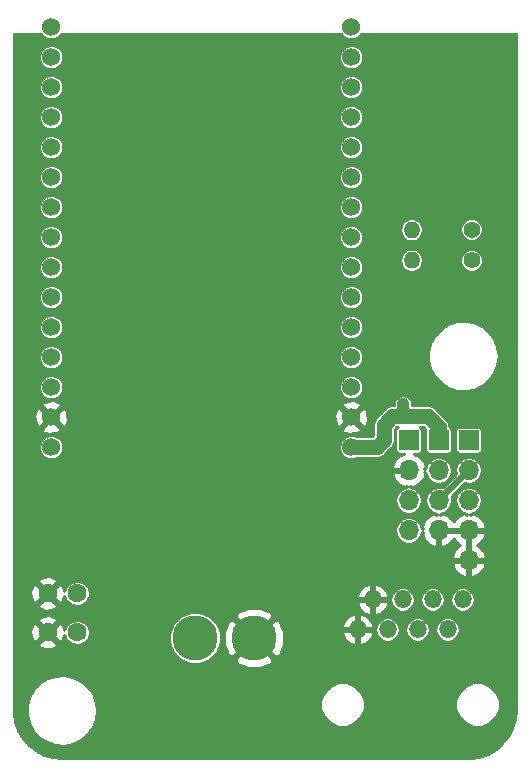
<source format=gbr>
G04 #@! TF.GenerationSoftware,KiCad,Pcbnew,5.0.2-bee76a0~70~ubuntu18.04.1*
G04 #@! TF.CreationDate,2019-09-06T11:31:54+02:00*
G04 #@! TF.ProjectId,respira_fiware,72657370-6972-4615-9f66-69776172652e,1.0*
G04 #@! TF.SameCoordinates,Original*
G04 #@! TF.FileFunction,Copper,L4,Bot*
G04 #@! TF.FilePolarity,Positive*
%FSLAX46Y46*%
G04 Gerber Fmt 4.6, Leading zero omitted, Abs format (unit mm)*
G04 Created by KiCad (PCBNEW 5.0.2-bee76a0~70~ubuntu18.04.1) date vie 06 sep 2019 11:31:54 CEST*
%MOMM*%
%LPD*%
G01*
G04 APERTURE LIST*
G04 #@! TA.AperFunction,ComponentPad*
%ADD10C,3.810000*%
G04 #@! TD*
G04 #@! TA.AperFunction,ComponentPad*
%ADD11C,1.600000*%
G04 #@! TD*
G04 #@! TA.AperFunction,ComponentPad*
%ADD12O,1.700000X1.700000*%
G04 #@! TD*
G04 #@! TA.AperFunction,ComponentPad*
%ADD13R,1.700000X1.700000*%
G04 #@! TD*
G04 #@! TA.AperFunction,ComponentPad*
%ADD14O,1.496060X1.496060*%
G04 #@! TD*
G04 #@! TA.AperFunction,ComponentPad*
%ADD15C,1.400000*%
G04 #@! TD*
G04 #@! TA.AperFunction,ComponentPad*
%ADD16O,1.400000X1.400000*%
G04 #@! TD*
G04 #@! TA.AperFunction,ComponentPad*
%ADD17C,1.524000*%
G04 #@! TD*
G04 #@! TA.AperFunction,ViaPad*
%ADD18C,0.876300*%
G04 #@! TD*
G04 #@! TA.AperFunction,Conductor*
%ADD19C,1.270000*%
G04 #@! TD*
G04 #@! TA.AperFunction,Conductor*
%ADD20C,1.016000*%
G04 #@! TD*
G04 #@! TA.AperFunction,Conductor*
%ADD21C,0.508000*%
G04 #@! TD*
G04 #@! TA.AperFunction,Conductor*
%ADD22C,0.254000*%
G04 #@! TD*
G04 APERTURE END LIST*
D10*
G04 #@! TO.P,J1,1*
G04 #@! TO.N,+5V*
X84682860Y-109374600D03*
G04 #@! TO.P,J1,2*
G04 #@! TO.N,GND*
X89684120Y-109374600D03*
G04 #@! TD*
D11*
G04 #@! TO.P,C1,1*
G04 #@! TO.N,+5V*
X74700000Y-108900000D03*
G04 #@! TO.P,C1,2*
G04 #@! TO.N,GND*
X72200000Y-108900000D03*
G04 #@! TD*
G04 #@! TO.P,C2,2*
G04 #@! TO.N,GND*
X72200000Y-105600000D03*
G04 #@! TO.P,C2,1*
G04 #@! TO.N,+5V*
X74700000Y-105600000D03*
G04 #@! TD*
D12*
G04 #@! TO.P,J2,4*
G04 #@! TO.N,/RXD2*
X102776248Y-100252448D03*
G04 #@! TO.P,J2,3*
G04 #@! TO.N,/TXD2*
X102776248Y-97712448D03*
G04 #@! TO.P,J2,2*
G04 #@! TO.N,GND*
X102776248Y-95172448D03*
D13*
G04 #@! TO.P,J2,1*
G04 #@! TO.N,+5V*
X102776248Y-92632448D03*
G04 #@! TD*
G04 #@! TO.P,J3,1*
G04 #@! TO.N,Net-(J3-Pad1)*
X105316248Y-92632448D03*
D12*
G04 #@! TO.P,J3,2*
G04 #@! TO.N,/I2C_SCL*
X105316248Y-95172448D03*
G04 #@! TO.P,J3,3*
G04 #@! TO.N,/I2C_SDA*
X105316248Y-97712448D03*
G04 #@! TO.P,J3,4*
G04 #@! TO.N,GND*
X105316248Y-100252448D03*
G04 #@! TD*
D14*
G04 #@! TO.P,J4,8*
G04 #@! TO.N,+5V*
X107345000Y-106110000D03*
G04 #@! TO.P,J4,7*
G04 #@! TO.N,+3V3*
X106075000Y-108650000D03*
G04 #@! TO.P,J4,6*
G04 #@! TO.N,/I2C_SDA*
X104805000Y-106110000D03*
G04 #@! TO.P,J4,4*
G04 #@! TO.N,/RXD2*
X102265000Y-106110000D03*
G04 #@! TO.P,J4,2*
G04 #@! TO.N,GND*
X99725000Y-106110000D03*
G04 #@! TO.P,J4,5*
G04 #@! TO.N,/I2C_SCL*
X103535000Y-108650000D03*
G04 #@! TO.P,J4,3*
G04 #@! TO.N,/TXD2*
X100995000Y-108650000D03*
G04 #@! TO.P,J4,1*
G04 #@! TO.N,GND*
X98455000Y-108650000D03*
G04 #@! TD*
D13*
G04 #@! TO.P,J5,1*
G04 #@! TO.N,+5V*
X107856248Y-92632448D03*
D12*
G04 #@! TO.P,J5,2*
G04 #@! TO.N,/I2C_SDA*
X107856248Y-95172448D03*
G04 #@! TO.P,J5,3*
G04 #@! TO.N,/I2C_SCL*
X107856248Y-97712448D03*
G04 #@! TO.P,J5,4*
G04 #@! TO.N,GND*
X107856248Y-100252448D03*
G04 #@! TO.P,J5,5*
X107856248Y-102792448D03*
G04 #@! TD*
D15*
G04 #@! TO.P,R1,1*
G04 #@! TO.N,+3V3*
X108100000Y-74800000D03*
D16*
G04 #@! TO.P,R1,2*
G04 #@! TO.N,/I2C_SCL*
X103020000Y-74800000D03*
G04 #@! TD*
G04 #@! TO.P,R2,2*
G04 #@! TO.N,/I2C_SDA*
X103020000Y-77400000D03*
D15*
G04 #@! TO.P,R2,1*
G04 #@! TO.N,+3V3*
X108100000Y-77400000D03*
G04 #@! TD*
D17*
G04 #@! TO.P,U1,1*
G04 #@! TO.N,Net-(U1-Pad1)*
X72500000Y-57650000D03*
G04 #@! TO.P,U1,2*
G04 #@! TO.N,Net-(U1-Pad2)*
X72500000Y-60190000D03*
G04 #@! TO.P,U1,3*
G04 #@! TO.N,Net-(U1-Pad3)*
X72500000Y-62730000D03*
G04 #@! TO.P,U1,4*
G04 #@! TO.N,Net-(U1-Pad4)*
X72500000Y-65270000D03*
G04 #@! TO.P,U1,5*
G04 #@! TO.N,Net-(U1-Pad5)*
X72500000Y-67810000D03*
G04 #@! TO.P,U1,6*
G04 #@! TO.N,Net-(U1-Pad6)*
X72500000Y-70350000D03*
G04 #@! TO.P,U1,7*
G04 #@! TO.N,Net-(U1-Pad7)*
X72500000Y-72890000D03*
G04 #@! TO.P,U1,8*
G04 #@! TO.N,Net-(U1-Pad8)*
X72500000Y-75430000D03*
G04 #@! TO.P,U1,9*
G04 #@! TO.N,Net-(U1-Pad9)*
X72500000Y-77970000D03*
G04 #@! TO.P,U1,10*
G04 #@! TO.N,Net-(U1-Pad10)*
X72500000Y-80510000D03*
G04 #@! TO.P,U1,11*
G04 #@! TO.N,Net-(U1-Pad11)*
X72500000Y-83050000D03*
G04 #@! TO.P,U1,12*
G04 #@! TO.N,Net-(U1-Pad12)*
X72500000Y-85590000D03*
G04 #@! TO.P,U1,13*
G04 #@! TO.N,Net-(U1-Pad13)*
X72500000Y-88130000D03*
G04 #@! TO.P,U1,14*
G04 #@! TO.N,GND*
X72500000Y-90670000D03*
G04 #@! TO.P,U1,15*
G04 #@! TO.N,+5V*
X72500000Y-93210000D03*
G04 #@! TO.P,U1,16*
G04 #@! TO.N,+3V3*
X97900000Y-93210000D03*
G04 #@! TO.P,U1,17*
G04 #@! TO.N,GND*
X97900000Y-90670000D03*
G04 #@! TO.P,U1,18*
G04 #@! TO.N,Net-(U1-Pad18)*
X97900000Y-88130000D03*
G04 #@! TO.P,U1,19*
G04 #@! TO.N,Net-(U1-Pad19)*
X97900000Y-85590000D03*
G04 #@! TO.P,U1,20*
G04 #@! TO.N,Net-(U1-Pad20)*
X97900000Y-83050000D03*
G04 #@! TO.P,U1,21*
G04 #@! TO.N,/RXD2*
X97900000Y-80510000D03*
G04 #@! TO.P,U1,22*
G04 #@! TO.N,/TXD2*
X97900000Y-77970000D03*
G04 #@! TO.P,U1,23*
G04 #@! TO.N,Net-(U1-Pad23)*
X97900000Y-75430000D03*
G04 #@! TO.P,U1,24*
G04 #@! TO.N,Net-(U1-Pad24)*
X97900000Y-72890000D03*
G04 #@! TO.P,U1,25*
G04 #@! TO.N,Net-(U1-Pad25)*
X97900000Y-70350000D03*
G04 #@! TO.P,U1,26*
G04 #@! TO.N,/I2C_SDA*
X97900000Y-67810000D03*
G04 #@! TO.P,U1,27*
G04 #@! TO.N,/RXD0*
X97900000Y-65270000D03*
G04 #@! TO.P,U1,28*
G04 #@! TO.N,/TXD0*
X97900000Y-62730000D03*
G04 #@! TO.P,U1,29*
G04 #@! TO.N,/I2C_SCL*
X97900000Y-60190000D03*
G04 #@! TO.P,U1,30*
G04 #@! TO.N,Net-(U1-Pad30)*
X97900000Y-57650000D03*
G04 #@! TD*
D18*
G04 #@! TO.N,+3V3*
X102300000Y-89600000D03*
G04 #@! TD*
D19*
G04 #@! TO.N,+3V3*
X97900000Y-93210000D02*
X100090000Y-93210000D01*
X100090000Y-93210000D02*
X100700000Y-92600000D01*
X100700000Y-92600000D02*
X100700000Y-91300000D01*
X100700000Y-91300000D02*
X101400000Y-90600000D01*
X105316248Y-91516248D02*
X105316248Y-92632448D01*
X104400000Y-90600000D02*
X105316248Y-91516248D01*
D20*
X102300000Y-90600000D02*
X102300000Y-89600000D01*
D19*
X102300000Y-90600000D02*
X104400000Y-90600000D01*
X101400000Y-90600000D02*
X102300000Y-90600000D01*
D21*
G04 #@! TO.N,/I2C_SDA*
X107856248Y-95172448D02*
X105316248Y-97712448D01*
G04 #@! TD*
D22*
G04 #@! TO.N,GND*
G36*
X71617144Y-58239906D02*
X71910094Y-58532856D01*
X72292853Y-58691400D01*
X72707147Y-58691400D01*
X73089906Y-58532856D01*
X73382856Y-58239906D01*
X73388202Y-58227000D01*
X97011798Y-58227000D01*
X97017144Y-58239906D01*
X97310094Y-58532856D01*
X97692853Y-58691400D01*
X98107147Y-58691400D01*
X98489906Y-58532856D01*
X98782856Y-58239906D01*
X98788202Y-58227000D01*
X111830101Y-58227000D01*
X111830100Y-115477632D01*
X111755296Y-116261672D01*
X111539909Y-116995857D01*
X111189577Y-117676070D01*
X110716940Y-118277764D01*
X110139049Y-118779231D01*
X109476765Y-119162372D01*
X108753976Y-119413367D01*
X107980233Y-119525555D01*
X107794249Y-119530100D01*
X73422368Y-119530100D01*
X72638328Y-119455296D01*
X71904143Y-119239909D01*
X71223930Y-118889577D01*
X70622236Y-118416940D01*
X70120769Y-117839049D01*
X69737628Y-117176765D01*
X69486633Y-116453976D01*
X69374445Y-115680233D01*
X69369900Y-115494249D01*
X69369900Y-115125266D01*
X70433676Y-115125266D01*
X70433676Y-115874734D01*
X70620061Y-116600656D01*
X70981120Y-117257419D01*
X71494166Y-117803758D01*
X72126962Y-118205342D01*
X72839749Y-118436941D01*
X73587737Y-118484000D01*
X74323930Y-118343564D01*
X75002069Y-118024456D01*
X75579543Y-117546727D01*
X76020069Y-116940395D01*
X76295967Y-116243558D01*
X76389900Y-115500000D01*
X76295967Y-114756442D01*
X76244471Y-114626377D01*
X95306670Y-114626377D01*
X95306670Y-115373623D01*
X95592628Y-116063989D01*
X96121011Y-116592372D01*
X96811377Y-116878330D01*
X97558623Y-116878330D01*
X98248989Y-116592372D01*
X98777372Y-116063989D01*
X99063330Y-115373623D01*
X99063330Y-114626377D01*
X106736670Y-114626377D01*
X106736670Y-115373623D01*
X107022628Y-116063989D01*
X107551011Y-116592372D01*
X108241377Y-116878330D01*
X108988623Y-116878330D01*
X109678989Y-116592372D01*
X110207372Y-116063989D01*
X110493330Y-115373623D01*
X110493330Y-114626377D01*
X110207372Y-113936011D01*
X109678989Y-113407628D01*
X108988623Y-113121670D01*
X108241377Y-113121670D01*
X107551011Y-113407628D01*
X107022628Y-113936011D01*
X106736670Y-114626377D01*
X99063330Y-114626377D01*
X98777372Y-113936011D01*
X98248989Y-113407628D01*
X97558623Y-113121670D01*
X96811377Y-113121670D01*
X96121011Y-113407628D01*
X95592628Y-113936011D01*
X95306670Y-114626377D01*
X76244471Y-114626377D01*
X76020069Y-114059605D01*
X75579543Y-113453273D01*
X75002069Y-112975544D01*
X74323930Y-112656436D01*
X73587737Y-112516000D01*
X72839749Y-112563059D01*
X72126962Y-112794658D01*
X71494166Y-113196242D01*
X70981120Y-113742581D01*
X70620061Y-114399344D01*
X70433676Y-115125266D01*
X69369900Y-115125266D01*
X69369900Y-109907745D01*
X71371861Y-109907745D01*
X71445995Y-110153864D01*
X71983223Y-110346965D01*
X72553454Y-110319778D01*
X72954005Y-110153864D01*
X73028139Y-109907745D01*
X72200000Y-109079605D01*
X71371861Y-109907745D01*
X69369900Y-109907745D01*
X69369900Y-108683223D01*
X70753035Y-108683223D01*
X70780222Y-109253454D01*
X70946136Y-109654005D01*
X71192255Y-109728139D01*
X72020395Y-108900000D01*
X72379605Y-108900000D01*
X73207745Y-109728139D01*
X73453864Y-109654005D01*
X73635114Y-109149747D01*
X73784929Y-109511431D01*
X74088569Y-109815071D01*
X74485294Y-109979400D01*
X74914706Y-109979400D01*
X75311431Y-109815071D01*
X75615071Y-109511431D01*
X75779400Y-109114706D01*
X75779400Y-108940096D01*
X82498460Y-108940096D01*
X82498460Y-109809104D01*
X82831015Y-110611963D01*
X83445497Y-111226445D01*
X84248356Y-111559000D01*
X85117364Y-111559000D01*
X85920223Y-111226445D01*
X85965628Y-111181040D01*
X88057285Y-111181040D01*
X88266473Y-111541889D01*
X89203770Y-111919424D01*
X90214197Y-111909533D01*
X91101767Y-111541889D01*
X91310955Y-111181040D01*
X89684120Y-109554205D01*
X88057285Y-111181040D01*
X85965628Y-111181040D01*
X86534705Y-110611963D01*
X86867260Y-109809104D01*
X86867260Y-108940096D01*
X86848270Y-108894250D01*
X87139296Y-108894250D01*
X87149187Y-109904677D01*
X87516831Y-110792247D01*
X87877680Y-111001435D01*
X89504515Y-109374600D01*
X89863725Y-109374600D01*
X91490560Y-111001435D01*
X91851409Y-110792247D01*
X92228944Y-109854950D01*
X92220486Y-108990876D01*
X97114636Y-108990876D01*
X97266176Y-109356751D01*
X97627132Y-109757896D01*
X98114123Y-109990374D01*
X98328000Y-109868447D01*
X98328000Y-108777000D01*
X98582000Y-108777000D01*
X98582000Y-109868447D01*
X98795877Y-109990374D01*
X99282868Y-109757896D01*
X99643824Y-109356751D01*
X99795364Y-108990876D01*
X99672675Y-108777000D01*
X98582000Y-108777000D01*
X98328000Y-108777000D01*
X97237325Y-108777000D01*
X97114636Y-108990876D01*
X92220486Y-108990876D01*
X92219053Y-108844523D01*
X92138480Y-108650000D01*
X99947442Y-108650000D01*
X100027183Y-109050883D01*
X100254265Y-109390735D01*
X100594117Y-109617817D01*
X100893810Y-109677430D01*
X101096190Y-109677430D01*
X101395883Y-109617817D01*
X101735735Y-109390735D01*
X101962817Y-109050883D01*
X102042558Y-108650000D01*
X102487442Y-108650000D01*
X102567183Y-109050883D01*
X102794265Y-109390735D01*
X103134117Y-109617817D01*
X103433810Y-109677430D01*
X103636190Y-109677430D01*
X103935883Y-109617817D01*
X104275735Y-109390735D01*
X104502817Y-109050883D01*
X104582558Y-108650000D01*
X105027442Y-108650000D01*
X105107183Y-109050883D01*
X105334265Y-109390735D01*
X105674117Y-109617817D01*
X105973810Y-109677430D01*
X106176190Y-109677430D01*
X106475883Y-109617817D01*
X106815735Y-109390735D01*
X107042817Y-109050883D01*
X107122558Y-108650000D01*
X107042817Y-108249117D01*
X106815735Y-107909265D01*
X106475883Y-107682183D01*
X106176190Y-107622570D01*
X105973810Y-107622570D01*
X105674117Y-107682183D01*
X105334265Y-107909265D01*
X105107183Y-108249117D01*
X105027442Y-108650000D01*
X104582558Y-108650000D01*
X104502817Y-108249117D01*
X104275735Y-107909265D01*
X103935883Y-107682183D01*
X103636190Y-107622570D01*
X103433810Y-107622570D01*
X103134117Y-107682183D01*
X102794265Y-107909265D01*
X102567183Y-108249117D01*
X102487442Y-108650000D01*
X102042558Y-108650000D01*
X101962817Y-108249117D01*
X101735735Y-107909265D01*
X101395883Y-107682183D01*
X101096190Y-107622570D01*
X100893810Y-107622570D01*
X100594117Y-107682183D01*
X100254265Y-107909265D01*
X100027183Y-108249117D01*
X99947442Y-108650000D01*
X92138480Y-108650000D01*
X91997284Y-108309124D01*
X97114636Y-108309124D01*
X97237325Y-108523000D01*
X98328000Y-108523000D01*
X98328000Y-107431553D01*
X98582000Y-107431553D01*
X98582000Y-108523000D01*
X99672675Y-108523000D01*
X99795364Y-108309124D01*
X99643824Y-107943249D01*
X99282868Y-107542104D01*
X98795877Y-107309626D01*
X98582000Y-107431553D01*
X98328000Y-107431553D01*
X98114123Y-107309626D01*
X97627132Y-107542104D01*
X97266176Y-107943249D01*
X97114636Y-108309124D01*
X91997284Y-108309124D01*
X91851409Y-107956953D01*
X91490560Y-107747765D01*
X89863725Y-109374600D01*
X89504515Y-109374600D01*
X87877680Y-107747765D01*
X87516831Y-107956953D01*
X87139296Y-108894250D01*
X86848270Y-108894250D01*
X86534705Y-108137237D01*
X85965628Y-107568160D01*
X88057285Y-107568160D01*
X89684120Y-109194995D01*
X91310955Y-107568160D01*
X91101767Y-107207311D01*
X90164470Y-106829776D01*
X89154043Y-106839667D01*
X88266473Y-107207311D01*
X88057285Y-107568160D01*
X85965628Y-107568160D01*
X85920223Y-107522755D01*
X85117364Y-107190200D01*
X84248356Y-107190200D01*
X83445497Y-107522755D01*
X82831015Y-108137237D01*
X82498460Y-108940096D01*
X75779400Y-108940096D01*
X75779400Y-108685294D01*
X75615071Y-108288569D01*
X75311431Y-107984929D01*
X74914706Y-107820600D01*
X74485294Y-107820600D01*
X74088569Y-107984929D01*
X73784929Y-108288569D01*
X73625795Y-108672752D01*
X73619778Y-108546546D01*
X73453864Y-108145995D01*
X73207745Y-108071861D01*
X72379605Y-108900000D01*
X72020395Y-108900000D01*
X71192255Y-108071861D01*
X70946136Y-108145995D01*
X70753035Y-108683223D01*
X69369900Y-108683223D01*
X69369900Y-107892255D01*
X71371861Y-107892255D01*
X72200000Y-108720395D01*
X73028139Y-107892255D01*
X72954005Y-107646136D01*
X72416777Y-107453035D01*
X71846546Y-107480222D01*
X71445995Y-107646136D01*
X71371861Y-107892255D01*
X69369900Y-107892255D01*
X69369900Y-106607745D01*
X71371861Y-106607745D01*
X71445995Y-106853864D01*
X71983223Y-107046965D01*
X72553454Y-107019778D01*
X72954005Y-106853864D01*
X73028139Y-106607745D01*
X72200000Y-105779605D01*
X71371861Y-106607745D01*
X69369900Y-106607745D01*
X69369900Y-105383223D01*
X70753035Y-105383223D01*
X70780222Y-105953454D01*
X70946136Y-106354005D01*
X71192255Y-106428139D01*
X72020395Y-105600000D01*
X72379605Y-105600000D01*
X73207745Y-106428139D01*
X73453864Y-106354005D01*
X73635114Y-105849747D01*
X73784929Y-106211431D01*
X74088569Y-106515071D01*
X74485294Y-106679400D01*
X74914706Y-106679400D01*
X75311431Y-106515071D01*
X75375626Y-106450876D01*
X98384636Y-106450876D01*
X98536176Y-106816751D01*
X98897132Y-107217896D01*
X99384123Y-107450374D01*
X99598000Y-107328447D01*
X99598000Y-106237000D01*
X99852000Y-106237000D01*
X99852000Y-107328447D01*
X100065877Y-107450374D01*
X100552868Y-107217896D01*
X100913824Y-106816751D01*
X101065364Y-106450876D01*
X100942675Y-106237000D01*
X99852000Y-106237000D01*
X99598000Y-106237000D01*
X98507325Y-106237000D01*
X98384636Y-106450876D01*
X75375626Y-106450876D01*
X75615071Y-106211431D01*
X75657085Y-106110000D01*
X101217442Y-106110000D01*
X101297183Y-106510883D01*
X101524265Y-106850735D01*
X101864117Y-107077817D01*
X102163810Y-107137430D01*
X102366190Y-107137430D01*
X102665883Y-107077817D01*
X103005735Y-106850735D01*
X103232817Y-106510883D01*
X103312558Y-106110000D01*
X103757442Y-106110000D01*
X103837183Y-106510883D01*
X104064265Y-106850735D01*
X104404117Y-107077817D01*
X104703810Y-107137430D01*
X104906190Y-107137430D01*
X105205883Y-107077817D01*
X105545735Y-106850735D01*
X105772817Y-106510883D01*
X105852558Y-106110000D01*
X106297442Y-106110000D01*
X106377183Y-106510883D01*
X106604265Y-106850735D01*
X106944117Y-107077817D01*
X107243810Y-107137430D01*
X107446190Y-107137430D01*
X107745883Y-107077817D01*
X108085735Y-106850735D01*
X108312817Y-106510883D01*
X108392558Y-106110000D01*
X108312817Y-105709117D01*
X108085735Y-105369265D01*
X107745883Y-105142183D01*
X107446190Y-105082570D01*
X107243810Y-105082570D01*
X106944117Y-105142183D01*
X106604265Y-105369265D01*
X106377183Y-105709117D01*
X106297442Y-106110000D01*
X105852558Y-106110000D01*
X105772817Y-105709117D01*
X105545735Y-105369265D01*
X105205883Y-105142183D01*
X104906190Y-105082570D01*
X104703810Y-105082570D01*
X104404117Y-105142183D01*
X104064265Y-105369265D01*
X103837183Y-105709117D01*
X103757442Y-106110000D01*
X103312558Y-106110000D01*
X103232817Y-105709117D01*
X103005735Y-105369265D01*
X102665883Y-105142183D01*
X102366190Y-105082570D01*
X102163810Y-105082570D01*
X101864117Y-105142183D01*
X101524265Y-105369265D01*
X101297183Y-105709117D01*
X101217442Y-106110000D01*
X75657085Y-106110000D01*
X75779400Y-105814706D01*
X75779400Y-105769124D01*
X98384636Y-105769124D01*
X98507325Y-105983000D01*
X99598000Y-105983000D01*
X99598000Y-104891553D01*
X99852000Y-104891553D01*
X99852000Y-105983000D01*
X100942675Y-105983000D01*
X101065364Y-105769124D01*
X100913824Y-105403249D01*
X100552868Y-105002104D01*
X100065877Y-104769626D01*
X99852000Y-104891553D01*
X99598000Y-104891553D01*
X99384123Y-104769626D01*
X98897132Y-105002104D01*
X98536176Y-105403249D01*
X98384636Y-105769124D01*
X75779400Y-105769124D01*
X75779400Y-105385294D01*
X75615071Y-104988569D01*
X75311431Y-104684929D01*
X74914706Y-104520600D01*
X74485294Y-104520600D01*
X74088569Y-104684929D01*
X73784929Y-104988569D01*
X73625795Y-105372752D01*
X73619778Y-105246546D01*
X73453864Y-104845995D01*
X73207745Y-104771861D01*
X72379605Y-105600000D01*
X72020395Y-105600000D01*
X71192255Y-104771861D01*
X70946136Y-104845995D01*
X70753035Y-105383223D01*
X69369900Y-105383223D01*
X69369900Y-104592255D01*
X71371861Y-104592255D01*
X72200000Y-105420395D01*
X73028139Y-104592255D01*
X72954005Y-104346136D01*
X72416777Y-104153035D01*
X71846546Y-104180222D01*
X71445995Y-104346136D01*
X71371861Y-104592255D01*
X69369900Y-104592255D01*
X69369900Y-103149338D01*
X106414772Y-103149338D01*
X106584603Y-103559372D01*
X106974890Y-103987631D01*
X107499356Y-104233934D01*
X107729248Y-104113267D01*
X107729248Y-102919448D01*
X107983248Y-102919448D01*
X107983248Y-104113267D01*
X108213140Y-104233934D01*
X108737606Y-103987631D01*
X109127893Y-103559372D01*
X109297724Y-103149338D01*
X109176403Y-102919448D01*
X107983248Y-102919448D01*
X107729248Y-102919448D01*
X106536093Y-102919448D01*
X106414772Y-103149338D01*
X69369900Y-103149338D01*
X69369900Y-100252448D01*
X101624722Y-100252448D01*
X101712377Y-100693118D01*
X101961996Y-101066700D01*
X102335578Y-101316319D01*
X102665013Y-101381848D01*
X102887483Y-101381848D01*
X103216918Y-101316319D01*
X103590500Y-101066700D01*
X103840119Y-100693118D01*
X103902512Y-100379450D01*
X103996092Y-100379450D01*
X103874772Y-100609338D01*
X104044603Y-101019372D01*
X104434890Y-101447631D01*
X104959356Y-101693934D01*
X105189248Y-101573267D01*
X105189248Y-100379448D01*
X105443248Y-100379448D01*
X105443248Y-101573267D01*
X105673140Y-101693934D01*
X106197606Y-101447631D01*
X106586248Y-101021177D01*
X106974890Y-101447631D01*
X107134202Y-101522448D01*
X106974890Y-101597265D01*
X106584603Y-102025524D01*
X106414772Y-102435558D01*
X106536093Y-102665448D01*
X107729248Y-102665448D01*
X107729248Y-100379448D01*
X107983248Y-100379448D01*
X107983248Y-102665448D01*
X109176403Y-102665448D01*
X109297724Y-102435558D01*
X109127893Y-102025524D01*
X108737606Y-101597265D01*
X108578294Y-101522448D01*
X108737606Y-101447631D01*
X109127893Y-101019372D01*
X109297724Y-100609338D01*
X109176403Y-100379448D01*
X107983248Y-100379448D01*
X107729248Y-100379448D01*
X105443248Y-100379448D01*
X105189248Y-100379448D01*
X105169248Y-100379448D01*
X105169248Y-100125448D01*
X105189248Y-100125448D01*
X105189248Y-100105448D01*
X105443248Y-100105448D01*
X105443248Y-100125448D01*
X107729248Y-100125448D01*
X107729248Y-100105448D01*
X107983248Y-100105448D01*
X107983248Y-100125448D01*
X109176403Y-100125448D01*
X109297724Y-99895558D01*
X109127893Y-99485524D01*
X108737606Y-99057265D01*
X108213140Y-98810962D01*
X107983250Y-98931628D01*
X107983250Y-98838712D01*
X108296918Y-98776319D01*
X108670500Y-98526700D01*
X108920119Y-98153118D01*
X109007774Y-97712448D01*
X108920119Y-97271778D01*
X108670500Y-96898196D01*
X108296918Y-96648577D01*
X107967483Y-96583048D01*
X107745013Y-96583048D01*
X107415578Y-96648577D01*
X107041996Y-96898196D01*
X106792377Y-97271778D01*
X106704722Y-97712448D01*
X106792377Y-98153118D01*
X107041996Y-98526700D01*
X107415578Y-98776319D01*
X107729246Y-98838712D01*
X107729246Y-98931628D01*
X107499356Y-98810962D01*
X106974890Y-99057265D01*
X106586248Y-99483719D01*
X106197606Y-99057265D01*
X105673140Y-98810962D01*
X105443250Y-98931628D01*
X105443250Y-98838712D01*
X105756918Y-98776319D01*
X106130500Y-98526700D01*
X106380119Y-98153118D01*
X106467774Y-97712448D01*
X106401877Y-97381160D01*
X107524961Y-96258077D01*
X107745013Y-96301848D01*
X107967483Y-96301848D01*
X108296918Y-96236319D01*
X108670500Y-95986700D01*
X108920119Y-95613118D01*
X109007774Y-95172448D01*
X108920119Y-94731778D01*
X108670500Y-94358196D01*
X108296918Y-94108577D01*
X107967483Y-94043048D01*
X107745013Y-94043048D01*
X107415578Y-94108577D01*
X107041996Y-94358196D01*
X106792377Y-94731778D01*
X106704722Y-95172448D01*
X106770619Y-95503735D01*
X105647536Y-96626819D01*
X105427483Y-96583048D01*
X105205013Y-96583048D01*
X104875578Y-96648577D01*
X104501996Y-96898196D01*
X104252377Y-97271778D01*
X104164722Y-97712448D01*
X104252377Y-98153118D01*
X104501996Y-98526700D01*
X104875578Y-98776319D01*
X105189246Y-98838712D01*
X105189246Y-98931628D01*
X104959356Y-98810962D01*
X104434890Y-99057265D01*
X104044603Y-99485524D01*
X103874772Y-99895558D01*
X103996092Y-100125446D01*
X103902512Y-100125446D01*
X103840119Y-99811778D01*
X103590500Y-99438196D01*
X103216918Y-99188577D01*
X102887483Y-99123048D01*
X102665013Y-99123048D01*
X102335578Y-99188577D01*
X101961996Y-99438196D01*
X101712377Y-99811778D01*
X101624722Y-100252448D01*
X69369900Y-100252448D01*
X69369900Y-93002853D01*
X71458600Y-93002853D01*
X71458600Y-93417147D01*
X71617144Y-93799906D01*
X71910094Y-94092856D01*
X72292853Y-94251400D01*
X72707147Y-94251400D01*
X73089906Y-94092856D01*
X73382856Y-93799906D01*
X73541400Y-93417147D01*
X73541400Y-93002853D01*
X96858600Y-93002853D01*
X96858600Y-93417147D01*
X97017144Y-93799906D01*
X97310094Y-94092856D01*
X97692853Y-94251400D01*
X98107147Y-94251400D01*
X98413752Y-94124400D01*
X99999941Y-94124400D01*
X100090000Y-94142314D01*
X100180059Y-94124400D01*
X100180060Y-94124400D01*
X100446781Y-94071346D01*
X100749246Y-93869246D01*
X100800263Y-93792893D01*
X101282895Y-93310262D01*
X101359246Y-93259246D01*
X101561346Y-92956781D01*
X101614400Y-92690060D01*
X101614400Y-92690059D01*
X101632314Y-92600001D01*
X101614400Y-92509942D01*
X101614400Y-91678756D01*
X101778757Y-91514400D01*
X101841664Y-91514400D01*
X101817232Y-91519260D01*
X101724812Y-91581012D01*
X101663060Y-91673432D01*
X101641375Y-91782448D01*
X101641375Y-93482448D01*
X101663060Y-93591464D01*
X101724812Y-93683884D01*
X101817232Y-93745636D01*
X101926248Y-93767321D01*
X102341935Y-93767321D01*
X101894890Y-93977265D01*
X101504603Y-94405524D01*
X101334772Y-94815558D01*
X101456093Y-95045448D01*
X102649248Y-95045448D01*
X102649248Y-95025448D01*
X102903248Y-95025448D01*
X102903248Y-95045448D01*
X102923248Y-95045448D01*
X102923248Y-95299448D01*
X102903248Y-95299448D01*
X102903248Y-95319448D01*
X102649248Y-95319448D01*
X102649248Y-95299448D01*
X101456093Y-95299448D01*
X101334772Y-95529338D01*
X101504603Y-95939372D01*
X101894890Y-96367631D01*
X102419356Y-96613934D01*
X102649246Y-96493268D01*
X102649246Y-96586184D01*
X102335578Y-96648577D01*
X101961996Y-96898196D01*
X101712377Y-97271778D01*
X101624722Y-97712448D01*
X101712377Y-98153118D01*
X101961996Y-98526700D01*
X102335578Y-98776319D01*
X102665013Y-98841848D01*
X102887483Y-98841848D01*
X103216918Y-98776319D01*
X103590500Y-98526700D01*
X103840119Y-98153118D01*
X103927774Y-97712448D01*
X103840119Y-97271778D01*
X103590500Y-96898196D01*
X103216918Y-96648577D01*
X102903250Y-96586184D01*
X102903250Y-96493268D01*
X103133140Y-96613934D01*
X103657606Y-96367631D01*
X104047893Y-95939372D01*
X104217724Y-95529338D01*
X104096404Y-95299450D01*
X104189984Y-95299450D01*
X104252377Y-95613118D01*
X104501996Y-95986700D01*
X104875578Y-96236319D01*
X105205013Y-96301848D01*
X105427483Y-96301848D01*
X105756918Y-96236319D01*
X106130500Y-95986700D01*
X106380119Y-95613118D01*
X106467774Y-95172448D01*
X106380119Y-94731778D01*
X106130500Y-94358196D01*
X105756918Y-94108577D01*
X105427483Y-94043048D01*
X105205013Y-94043048D01*
X104875578Y-94108577D01*
X104501996Y-94358196D01*
X104252377Y-94731778D01*
X104189984Y-95045446D01*
X104096404Y-95045446D01*
X104217724Y-94815558D01*
X104047893Y-94405524D01*
X103657606Y-93977265D01*
X103210561Y-93767321D01*
X103626248Y-93767321D01*
X103735264Y-93745636D01*
X103827684Y-93683884D01*
X103889436Y-93591464D01*
X103911121Y-93482448D01*
X103911121Y-91782448D01*
X103889436Y-91673432D01*
X103827684Y-91581012D01*
X103735264Y-91519260D01*
X103710832Y-91514400D01*
X104021244Y-91514400D01*
X104199280Y-91692436D01*
X104181375Y-91782448D01*
X104181375Y-93482448D01*
X104203060Y-93591464D01*
X104264812Y-93683884D01*
X104357232Y-93745636D01*
X104466248Y-93767321D01*
X106166248Y-93767321D01*
X106275264Y-93745636D01*
X106367684Y-93683884D01*
X106429436Y-93591464D01*
X106451121Y-93482448D01*
X106451121Y-91782448D01*
X106721375Y-91782448D01*
X106721375Y-93482448D01*
X106743060Y-93591464D01*
X106804812Y-93683884D01*
X106897232Y-93745636D01*
X107006248Y-93767321D01*
X108706248Y-93767321D01*
X108815264Y-93745636D01*
X108907684Y-93683884D01*
X108969436Y-93591464D01*
X108991121Y-93482448D01*
X108991121Y-91782448D01*
X108969436Y-91673432D01*
X108907684Y-91581012D01*
X108815264Y-91519260D01*
X108706248Y-91497575D01*
X107006248Y-91497575D01*
X106897232Y-91519260D01*
X106804812Y-91581012D01*
X106743060Y-91673432D01*
X106721375Y-91782448D01*
X106451121Y-91782448D01*
X106429436Y-91673432D01*
X106367684Y-91581012D01*
X106275264Y-91519260D01*
X106248086Y-91513854D01*
X106213845Y-91341715D01*
X106177594Y-91159467D01*
X105975494Y-90857002D01*
X105899143Y-90805986D01*
X105110264Y-90017107D01*
X105059246Y-89940754D01*
X104756781Y-89738654D01*
X104490060Y-89685600D01*
X104490059Y-89685600D01*
X104400000Y-89667686D01*
X104309941Y-89685600D01*
X103087400Y-89685600D01*
X103087400Y-89522448D01*
X103041715Y-89292772D01*
X102867684Y-89032316D01*
X102607228Y-88858285D01*
X102300000Y-88797174D01*
X101992773Y-88858285D01*
X101732317Y-89032316D01*
X101558286Y-89292772D01*
X101512601Y-89522448D01*
X101512601Y-89685600D01*
X101490058Y-89685600D01*
X101399999Y-89667686D01*
X101309940Y-89685600D01*
X101043219Y-89738654D01*
X100740754Y-89940754D01*
X100689738Y-90017105D01*
X100117105Y-90589738D01*
X100040755Y-90640754D01*
X99989740Y-90717104D01*
X99838655Y-90943219D01*
X99767686Y-91300000D01*
X99785601Y-91390063D01*
X99785600Y-92221243D01*
X99711244Y-92295600D01*
X98413752Y-92295600D01*
X98107147Y-92168600D01*
X97692853Y-92168600D01*
X97310094Y-92327144D01*
X97017144Y-92620094D01*
X96858600Y-93002853D01*
X73541400Y-93002853D01*
X73382856Y-92620094D01*
X73089906Y-92327144D01*
X72707147Y-92168600D01*
X72292853Y-92168600D01*
X71910094Y-92327144D01*
X71617144Y-92620094D01*
X71458600Y-93002853D01*
X69369900Y-93002853D01*
X69369900Y-91650213D01*
X71699392Y-91650213D01*
X71768857Y-91892397D01*
X72292302Y-92079144D01*
X72847368Y-92051362D01*
X73231143Y-91892397D01*
X73300608Y-91650213D01*
X97099392Y-91650213D01*
X97168857Y-91892397D01*
X97692302Y-92079144D01*
X98247368Y-92051362D01*
X98631143Y-91892397D01*
X98700608Y-91650213D01*
X97900000Y-90849605D01*
X97099392Y-91650213D01*
X73300608Y-91650213D01*
X72500000Y-90849605D01*
X71699392Y-91650213D01*
X69369900Y-91650213D01*
X69369900Y-90462302D01*
X71090856Y-90462302D01*
X71118638Y-91017368D01*
X71277603Y-91401143D01*
X71519787Y-91470608D01*
X72320395Y-90670000D01*
X72679605Y-90670000D01*
X73480213Y-91470608D01*
X73722397Y-91401143D01*
X73909144Y-90877698D01*
X73888353Y-90462302D01*
X96490856Y-90462302D01*
X96518638Y-91017368D01*
X96677603Y-91401143D01*
X96919787Y-91470608D01*
X97720395Y-90670000D01*
X98079605Y-90670000D01*
X98880213Y-91470608D01*
X99122397Y-91401143D01*
X99309144Y-90877698D01*
X99281362Y-90322632D01*
X99122397Y-89938857D01*
X98880213Y-89869392D01*
X98079605Y-90670000D01*
X97720395Y-90670000D01*
X96919787Y-89869392D01*
X96677603Y-89938857D01*
X96490856Y-90462302D01*
X73888353Y-90462302D01*
X73881362Y-90322632D01*
X73722397Y-89938857D01*
X73480213Y-89869392D01*
X72679605Y-90670000D01*
X72320395Y-90670000D01*
X71519787Y-89869392D01*
X71277603Y-89938857D01*
X71090856Y-90462302D01*
X69369900Y-90462302D01*
X69369900Y-89689787D01*
X71699392Y-89689787D01*
X72500000Y-90490395D01*
X73300608Y-89689787D01*
X97099392Y-89689787D01*
X97900000Y-90490395D01*
X98700608Y-89689787D01*
X98631143Y-89447603D01*
X98107698Y-89260856D01*
X97552632Y-89288638D01*
X97168857Y-89447603D01*
X97099392Y-89689787D01*
X73300608Y-89689787D01*
X73231143Y-89447603D01*
X72707698Y-89260856D01*
X72152632Y-89288638D01*
X71768857Y-89447603D01*
X71699392Y-89689787D01*
X69369900Y-89689787D01*
X69369900Y-87922853D01*
X71458600Y-87922853D01*
X71458600Y-88337147D01*
X71617144Y-88719906D01*
X71910094Y-89012856D01*
X72292853Y-89171400D01*
X72707147Y-89171400D01*
X73089906Y-89012856D01*
X73382856Y-88719906D01*
X73541400Y-88337147D01*
X73541400Y-87922853D01*
X96858600Y-87922853D01*
X96858600Y-88337147D01*
X97017144Y-88719906D01*
X97310094Y-89012856D01*
X97692853Y-89171400D01*
X98107147Y-89171400D01*
X98489906Y-89012856D01*
X98782856Y-88719906D01*
X98941400Y-88337147D01*
X98941400Y-87922853D01*
X98782856Y-87540094D01*
X98489906Y-87247144D01*
X98107147Y-87088600D01*
X97692853Y-87088600D01*
X97310094Y-87247144D01*
X97017144Y-87540094D01*
X96858600Y-87922853D01*
X73541400Y-87922853D01*
X73382856Y-87540094D01*
X73089906Y-87247144D01*
X72707147Y-87088600D01*
X72292853Y-87088600D01*
X71910094Y-87247144D01*
X71617144Y-87540094D01*
X71458600Y-87922853D01*
X69369900Y-87922853D01*
X69369900Y-85382853D01*
X71458600Y-85382853D01*
X71458600Y-85797147D01*
X71617144Y-86179906D01*
X71910094Y-86472856D01*
X72292853Y-86631400D01*
X72707147Y-86631400D01*
X73089906Y-86472856D01*
X73382856Y-86179906D01*
X73541400Y-85797147D01*
X73541400Y-85382853D01*
X96858600Y-85382853D01*
X96858600Y-85797147D01*
X97017144Y-86179906D01*
X97310094Y-86472856D01*
X97692853Y-86631400D01*
X98107147Y-86631400D01*
X98489906Y-86472856D01*
X98782856Y-86179906D01*
X98941400Y-85797147D01*
X98941400Y-85382853D01*
X98834704Y-85125266D01*
X104433676Y-85125266D01*
X104433676Y-85874734D01*
X104620061Y-86600656D01*
X104981120Y-87257419D01*
X105494166Y-87803758D01*
X106126962Y-88205342D01*
X106839749Y-88436941D01*
X107587737Y-88484000D01*
X108323930Y-88343564D01*
X109002069Y-88024456D01*
X109579543Y-87546727D01*
X110020069Y-86940395D01*
X110295967Y-86243558D01*
X110389900Y-85500000D01*
X110295967Y-84756442D01*
X110020069Y-84059605D01*
X109579543Y-83453273D01*
X109002069Y-82975544D01*
X108323930Y-82656436D01*
X107587737Y-82516000D01*
X106839749Y-82563059D01*
X106126962Y-82794658D01*
X105494166Y-83196242D01*
X104981120Y-83742581D01*
X104620061Y-84399344D01*
X104433676Y-85125266D01*
X98834704Y-85125266D01*
X98782856Y-85000094D01*
X98489906Y-84707144D01*
X98107147Y-84548600D01*
X97692853Y-84548600D01*
X97310094Y-84707144D01*
X97017144Y-85000094D01*
X96858600Y-85382853D01*
X73541400Y-85382853D01*
X73382856Y-85000094D01*
X73089906Y-84707144D01*
X72707147Y-84548600D01*
X72292853Y-84548600D01*
X71910094Y-84707144D01*
X71617144Y-85000094D01*
X71458600Y-85382853D01*
X69369900Y-85382853D01*
X69369900Y-82842853D01*
X71458600Y-82842853D01*
X71458600Y-83257147D01*
X71617144Y-83639906D01*
X71910094Y-83932856D01*
X72292853Y-84091400D01*
X72707147Y-84091400D01*
X73089906Y-83932856D01*
X73382856Y-83639906D01*
X73541400Y-83257147D01*
X73541400Y-82842853D01*
X96858600Y-82842853D01*
X96858600Y-83257147D01*
X97017144Y-83639906D01*
X97310094Y-83932856D01*
X97692853Y-84091400D01*
X98107147Y-84091400D01*
X98489906Y-83932856D01*
X98782856Y-83639906D01*
X98941400Y-83257147D01*
X98941400Y-82842853D01*
X98782856Y-82460094D01*
X98489906Y-82167144D01*
X98107147Y-82008600D01*
X97692853Y-82008600D01*
X97310094Y-82167144D01*
X97017144Y-82460094D01*
X96858600Y-82842853D01*
X73541400Y-82842853D01*
X73382856Y-82460094D01*
X73089906Y-82167144D01*
X72707147Y-82008600D01*
X72292853Y-82008600D01*
X71910094Y-82167144D01*
X71617144Y-82460094D01*
X71458600Y-82842853D01*
X69369900Y-82842853D01*
X69369900Y-80302853D01*
X71458600Y-80302853D01*
X71458600Y-80717147D01*
X71617144Y-81099906D01*
X71910094Y-81392856D01*
X72292853Y-81551400D01*
X72707147Y-81551400D01*
X73089906Y-81392856D01*
X73382856Y-81099906D01*
X73541400Y-80717147D01*
X73541400Y-80302853D01*
X96858600Y-80302853D01*
X96858600Y-80717147D01*
X97017144Y-81099906D01*
X97310094Y-81392856D01*
X97692853Y-81551400D01*
X98107147Y-81551400D01*
X98489906Y-81392856D01*
X98782856Y-81099906D01*
X98941400Y-80717147D01*
X98941400Y-80302853D01*
X98782856Y-79920094D01*
X98489906Y-79627144D01*
X98107147Y-79468600D01*
X97692853Y-79468600D01*
X97310094Y-79627144D01*
X97017144Y-79920094D01*
X96858600Y-80302853D01*
X73541400Y-80302853D01*
X73382856Y-79920094D01*
X73089906Y-79627144D01*
X72707147Y-79468600D01*
X72292853Y-79468600D01*
X71910094Y-79627144D01*
X71617144Y-79920094D01*
X71458600Y-80302853D01*
X69369900Y-80302853D01*
X69369900Y-77762853D01*
X71458600Y-77762853D01*
X71458600Y-78177147D01*
X71617144Y-78559906D01*
X71910094Y-78852856D01*
X72292853Y-79011400D01*
X72707147Y-79011400D01*
X73089906Y-78852856D01*
X73382856Y-78559906D01*
X73541400Y-78177147D01*
X73541400Y-77762853D01*
X96858600Y-77762853D01*
X96858600Y-78177147D01*
X97017144Y-78559906D01*
X97310094Y-78852856D01*
X97692853Y-79011400D01*
X98107147Y-79011400D01*
X98489906Y-78852856D01*
X98782856Y-78559906D01*
X98941400Y-78177147D01*
X98941400Y-77762853D01*
X98791102Y-77400000D01*
X102021413Y-77400000D01*
X102097426Y-77782143D01*
X102313892Y-78106108D01*
X102637857Y-78322574D01*
X102923540Y-78379400D01*
X103116460Y-78379400D01*
X103402143Y-78322574D01*
X103726108Y-78106108D01*
X103942574Y-77782143D01*
X104018587Y-77400000D01*
X103979836Y-77205185D01*
X107120600Y-77205185D01*
X107120600Y-77594815D01*
X107269704Y-77954786D01*
X107545214Y-78230296D01*
X107905185Y-78379400D01*
X108294815Y-78379400D01*
X108654786Y-78230296D01*
X108930296Y-77954786D01*
X109079400Y-77594815D01*
X109079400Y-77205185D01*
X108930296Y-76845214D01*
X108654786Y-76569704D01*
X108294815Y-76420600D01*
X107905185Y-76420600D01*
X107545214Y-76569704D01*
X107269704Y-76845214D01*
X107120600Y-77205185D01*
X103979836Y-77205185D01*
X103942574Y-77017857D01*
X103726108Y-76693892D01*
X103402143Y-76477426D01*
X103116460Y-76420600D01*
X102923540Y-76420600D01*
X102637857Y-76477426D01*
X102313892Y-76693892D01*
X102097426Y-77017857D01*
X102021413Y-77400000D01*
X98791102Y-77400000D01*
X98782856Y-77380094D01*
X98489906Y-77087144D01*
X98107147Y-76928600D01*
X97692853Y-76928600D01*
X97310094Y-77087144D01*
X97017144Y-77380094D01*
X96858600Y-77762853D01*
X73541400Y-77762853D01*
X73382856Y-77380094D01*
X73089906Y-77087144D01*
X72707147Y-76928600D01*
X72292853Y-76928600D01*
X71910094Y-77087144D01*
X71617144Y-77380094D01*
X71458600Y-77762853D01*
X69369900Y-77762853D01*
X69369900Y-75222853D01*
X71458600Y-75222853D01*
X71458600Y-75637147D01*
X71617144Y-76019906D01*
X71910094Y-76312856D01*
X72292853Y-76471400D01*
X72707147Y-76471400D01*
X73089906Y-76312856D01*
X73382856Y-76019906D01*
X73541400Y-75637147D01*
X73541400Y-75222853D01*
X96858600Y-75222853D01*
X96858600Y-75637147D01*
X97017144Y-76019906D01*
X97310094Y-76312856D01*
X97692853Y-76471400D01*
X98107147Y-76471400D01*
X98489906Y-76312856D01*
X98782856Y-76019906D01*
X98941400Y-75637147D01*
X98941400Y-75222853D01*
X98782856Y-74840094D01*
X98742762Y-74800000D01*
X102021413Y-74800000D01*
X102097426Y-75182143D01*
X102313892Y-75506108D01*
X102637857Y-75722574D01*
X102923540Y-75779400D01*
X103116460Y-75779400D01*
X103402143Y-75722574D01*
X103726108Y-75506108D01*
X103942574Y-75182143D01*
X104018587Y-74800000D01*
X103979836Y-74605185D01*
X107120600Y-74605185D01*
X107120600Y-74994815D01*
X107269704Y-75354786D01*
X107545214Y-75630296D01*
X107905185Y-75779400D01*
X108294815Y-75779400D01*
X108654786Y-75630296D01*
X108930296Y-75354786D01*
X109079400Y-74994815D01*
X109079400Y-74605185D01*
X108930296Y-74245214D01*
X108654786Y-73969704D01*
X108294815Y-73820600D01*
X107905185Y-73820600D01*
X107545214Y-73969704D01*
X107269704Y-74245214D01*
X107120600Y-74605185D01*
X103979836Y-74605185D01*
X103942574Y-74417857D01*
X103726108Y-74093892D01*
X103402143Y-73877426D01*
X103116460Y-73820600D01*
X102923540Y-73820600D01*
X102637857Y-73877426D01*
X102313892Y-74093892D01*
X102097426Y-74417857D01*
X102021413Y-74800000D01*
X98742762Y-74800000D01*
X98489906Y-74547144D01*
X98107147Y-74388600D01*
X97692853Y-74388600D01*
X97310094Y-74547144D01*
X97017144Y-74840094D01*
X96858600Y-75222853D01*
X73541400Y-75222853D01*
X73382856Y-74840094D01*
X73089906Y-74547144D01*
X72707147Y-74388600D01*
X72292853Y-74388600D01*
X71910094Y-74547144D01*
X71617144Y-74840094D01*
X71458600Y-75222853D01*
X69369900Y-75222853D01*
X69369900Y-72682853D01*
X71458600Y-72682853D01*
X71458600Y-73097147D01*
X71617144Y-73479906D01*
X71910094Y-73772856D01*
X72292853Y-73931400D01*
X72707147Y-73931400D01*
X73089906Y-73772856D01*
X73382856Y-73479906D01*
X73541400Y-73097147D01*
X73541400Y-72682853D01*
X96858600Y-72682853D01*
X96858600Y-73097147D01*
X97017144Y-73479906D01*
X97310094Y-73772856D01*
X97692853Y-73931400D01*
X98107147Y-73931400D01*
X98489906Y-73772856D01*
X98782856Y-73479906D01*
X98941400Y-73097147D01*
X98941400Y-72682853D01*
X98782856Y-72300094D01*
X98489906Y-72007144D01*
X98107147Y-71848600D01*
X97692853Y-71848600D01*
X97310094Y-72007144D01*
X97017144Y-72300094D01*
X96858600Y-72682853D01*
X73541400Y-72682853D01*
X73382856Y-72300094D01*
X73089906Y-72007144D01*
X72707147Y-71848600D01*
X72292853Y-71848600D01*
X71910094Y-72007144D01*
X71617144Y-72300094D01*
X71458600Y-72682853D01*
X69369900Y-72682853D01*
X69369900Y-70142853D01*
X71458600Y-70142853D01*
X71458600Y-70557147D01*
X71617144Y-70939906D01*
X71910094Y-71232856D01*
X72292853Y-71391400D01*
X72707147Y-71391400D01*
X73089906Y-71232856D01*
X73382856Y-70939906D01*
X73541400Y-70557147D01*
X73541400Y-70142853D01*
X96858600Y-70142853D01*
X96858600Y-70557147D01*
X97017144Y-70939906D01*
X97310094Y-71232856D01*
X97692853Y-71391400D01*
X98107147Y-71391400D01*
X98489906Y-71232856D01*
X98782856Y-70939906D01*
X98941400Y-70557147D01*
X98941400Y-70142853D01*
X98782856Y-69760094D01*
X98489906Y-69467144D01*
X98107147Y-69308600D01*
X97692853Y-69308600D01*
X97310094Y-69467144D01*
X97017144Y-69760094D01*
X96858600Y-70142853D01*
X73541400Y-70142853D01*
X73382856Y-69760094D01*
X73089906Y-69467144D01*
X72707147Y-69308600D01*
X72292853Y-69308600D01*
X71910094Y-69467144D01*
X71617144Y-69760094D01*
X71458600Y-70142853D01*
X69369900Y-70142853D01*
X69369900Y-67602853D01*
X71458600Y-67602853D01*
X71458600Y-68017147D01*
X71617144Y-68399906D01*
X71910094Y-68692856D01*
X72292853Y-68851400D01*
X72707147Y-68851400D01*
X73089906Y-68692856D01*
X73382856Y-68399906D01*
X73541400Y-68017147D01*
X73541400Y-67602853D01*
X96858600Y-67602853D01*
X96858600Y-68017147D01*
X97017144Y-68399906D01*
X97310094Y-68692856D01*
X97692853Y-68851400D01*
X98107147Y-68851400D01*
X98489906Y-68692856D01*
X98782856Y-68399906D01*
X98941400Y-68017147D01*
X98941400Y-67602853D01*
X98782856Y-67220094D01*
X98489906Y-66927144D01*
X98107147Y-66768600D01*
X97692853Y-66768600D01*
X97310094Y-66927144D01*
X97017144Y-67220094D01*
X96858600Y-67602853D01*
X73541400Y-67602853D01*
X73382856Y-67220094D01*
X73089906Y-66927144D01*
X72707147Y-66768600D01*
X72292853Y-66768600D01*
X71910094Y-66927144D01*
X71617144Y-67220094D01*
X71458600Y-67602853D01*
X69369900Y-67602853D01*
X69369900Y-65062853D01*
X71458600Y-65062853D01*
X71458600Y-65477147D01*
X71617144Y-65859906D01*
X71910094Y-66152856D01*
X72292853Y-66311400D01*
X72707147Y-66311400D01*
X73089906Y-66152856D01*
X73382856Y-65859906D01*
X73541400Y-65477147D01*
X73541400Y-65062853D01*
X96858600Y-65062853D01*
X96858600Y-65477147D01*
X97017144Y-65859906D01*
X97310094Y-66152856D01*
X97692853Y-66311400D01*
X98107147Y-66311400D01*
X98489906Y-66152856D01*
X98782856Y-65859906D01*
X98941400Y-65477147D01*
X98941400Y-65062853D01*
X98782856Y-64680094D01*
X98489906Y-64387144D01*
X98107147Y-64228600D01*
X97692853Y-64228600D01*
X97310094Y-64387144D01*
X97017144Y-64680094D01*
X96858600Y-65062853D01*
X73541400Y-65062853D01*
X73382856Y-64680094D01*
X73089906Y-64387144D01*
X72707147Y-64228600D01*
X72292853Y-64228600D01*
X71910094Y-64387144D01*
X71617144Y-64680094D01*
X71458600Y-65062853D01*
X69369900Y-65062853D01*
X69369900Y-62522853D01*
X71458600Y-62522853D01*
X71458600Y-62937147D01*
X71617144Y-63319906D01*
X71910094Y-63612856D01*
X72292853Y-63771400D01*
X72707147Y-63771400D01*
X73089906Y-63612856D01*
X73382856Y-63319906D01*
X73541400Y-62937147D01*
X73541400Y-62522853D01*
X96858600Y-62522853D01*
X96858600Y-62937147D01*
X97017144Y-63319906D01*
X97310094Y-63612856D01*
X97692853Y-63771400D01*
X98107147Y-63771400D01*
X98489906Y-63612856D01*
X98782856Y-63319906D01*
X98941400Y-62937147D01*
X98941400Y-62522853D01*
X98782856Y-62140094D01*
X98489906Y-61847144D01*
X98107147Y-61688600D01*
X97692853Y-61688600D01*
X97310094Y-61847144D01*
X97017144Y-62140094D01*
X96858600Y-62522853D01*
X73541400Y-62522853D01*
X73382856Y-62140094D01*
X73089906Y-61847144D01*
X72707147Y-61688600D01*
X72292853Y-61688600D01*
X71910094Y-61847144D01*
X71617144Y-62140094D01*
X71458600Y-62522853D01*
X69369900Y-62522853D01*
X69369900Y-59982853D01*
X71458600Y-59982853D01*
X71458600Y-60397147D01*
X71617144Y-60779906D01*
X71910094Y-61072856D01*
X72292853Y-61231400D01*
X72707147Y-61231400D01*
X73089906Y-61072856D01*
X73382856Y-60779906D01*
X73541400Y-60397147D01*
X73541400Y-59982853D01*
X96858600Y-59982853D01*
X96858600Y-60397147D01*
X97017144Y-60779906D01*
X97310094Y-61072856D01*
X97692853Y-61231400D01*
X98107147Y-61231400D01*
X98489906Y-61072856D01*
X98782856Y-60779906D01*
X98941400Y-60397147D01*
X98941400Y-59982853D01*
X98782856Y-59600094D01*
X98489906Y-59307144D01*
X98107147Y-59148600D01*
X97692853Y-59148600D01*
X97310094Y-59307144D01*
X97017144Y-59600094D01*
X96858600Y-59982853D01*
X73541400Y-59982853D01*
X73382856Y-59600094D01*
X73089906Y-59307144D01*
X72707147Y-59148600D01*
X72292853Y-59148600D01*
X71910094Y-59307144D01*
X71617144Y-59600094D01*
X71458600Y-59982853D01*
X69369900Y-59982853D01*
X69369900Y-58227000D01*
X71611798Y-58227000D01*
X71617144Y-58239906D01*
X71617144Y-58239906D01*
G37*
X71617144Y-58239906D02*
X71910094Y-58532856D01*
X72292853Y-58691400D01*
X72707147Y-58691400D01*
X73089906Y-58532856D01*
X73382856Y-58239906D01*
X73388202Y-58227000D01*
X97011798Y-58227000D01*
X97017144Y-58239906D01*
X97310094Y-58532856D01*
X97692853Y-58691400D01*
X98107147Y-58691400D01*
X98489906Y-58532856D01*
X98782856Y-58239906D01*
X98788202Y-58227000D01*
X111830101Y-58227000D01*
X111830100Y-115477632D01*
X111755296Y-116261672D01*
X111539909Y-116995857D01*
X111189577Y-117676070D01*
X110716940Y-118277764D01*
X110139049Y-118779231D01*
X109476765Y-119162372D01*
X108753976Y-119413367D01*
X107980233Y-119525555D01*
X107794249Y-119530100D01*
X73422368Y-119530100D01*
X72638328Y-119455296D01*
X71904143Y-119239909D01*
X71223930Y-118889577D01*
X70622236Y-118416940D01*
X70120769Y-117839049D01*
X69737628Y-117176765D01*
X69486633Y-116453976D01*
X69374445Y-115680233D01*
X69369900Y-115494249D01*
X69369900Y-115125266D01*
X70433676Y-115125266D01*
X70433676Y-115874734D01*
X70620061Y-116600656D01*
X70981120Y-117257419D01*
X71494166Y-117803758D01*
X72126962Y-118205342D01*
X72839749Y-118436941D01*
X73587737Y-118484000D01*
X74323930Y-118343564D01*
X75002069Y-118024456D01*
X75579543Y-117546727D01*
X76020069Y-116940395D01*
X76295967Y-116243558D01*
X76389900Y-115500000D01*
X76295967Y-114756442D01*
X76244471Y-114626377D01*
X95306670Y-114626377D01*
X95306670Y-115373623D01*
X95592628Y-116063989D01*
X96121011Y-116592372D01*
X96811377Y-116878330D01*
X97558623Y-116878330D01*
X98248989Y-116592372D01*
X98777372Y-116063989D01*
X99063330Y-115373623D01*
X99063330Y-114626377D01*
X106736670Y-114626377D01*
X106736670Y-115373623D01*
X107022628Y-116063989D01*
X107551011Y-116592372D01*
X108241377Y-116878330D01*
X108988623Y-116878330D01*
X109678989Y-116592372D01*
X110207372Y-116063989D01*
X110493330Y-115373623D01*
X110493330Y-114626377D01*
X110207372Y-113936011D01*
X109678989Y-113407628D01*
X108988623Y-113121670D01*
X108241377Y-113121670D01*
X107551011Y-113407628D01*
X107022628Y-113936011D01*
X106736670Y-114626377D01*
X99063330Y-114626377D01*
X98777372Y-113936011D01*
X98248989Y-113407628D01*
X97558623Y-113121670D01*
X96811377Y-113121670D01*
X96121011Y-113407628D01*
X95592628Y-113936011D01*
X95306670Y-114626377D01*
X76244471Y-114626377D01*
X76020069Y-114059605D01*
X75579543Y-113453273D01*
X75002069Y-112975544D01*
X74323930Y-112656436D01*
X73587737Y-112516000D01*
X72839749Y-112563059D01*
X72126962Y-112794658D01*
X71494166Y-113196242D01*
X70981120Y-113742581D01*
X70620061Y-114399344D01*
X70433676Y-115125266D01*
X69369900Y-115125266D01*
X69369900Y-109907745D01*
X71371861Y-109907745D01*
X71445995Y-110153864D01*
X71983223Y-110346965D01*
X72553454Y-110319778D01*
X72954005Y-110153864D01*
X73028139Y-109907745D01*
X72200000Y-109079605D01*
X71371861Y-109907745D01*
X69369900Y-109907745D01*
X69369900Y-108683223D01*
X70753035Y-108683223D01*
X70780222Y-109253454D01*
X70946136Y-109654005D01*
X71192255Y-109728139D01*
X72020395Y-108900000D01*
X72379605Y-108900000D01*
X73207745Y-109728139D01*
X73453864Y-109654005D01*
X73635114Y-109149747D01*
X73784929Y-109511431D01*
X74088569Y-109815071D01*
X74485294Y-109979400D01*
X74914706Y-109979400D01*
X75311431Y-109815071D01*
X75615071Y-109511431D01*
X75779400Y-109114706D01*
X75779400Y-108940096D01*
X82498460Y-108940096D01*
X82498460Y-109809104D01*
X82831015Y-110611963D01*
X83445497Y-111226445D01*
X84248356Y-111559000D01*
X85117364Y-111559000D01*
X85920223Y-111226445D01*
X85965628Y-111181040D01*
X88057285Y-111181040D01*
X88266473Y-111541889D01*
X89203770Y-111919424D01*
X90214197Y-111909533D01*
X91101767Y-111541889D01*
X91310955Y-111181040D01*
X89684120Y-109554205D01*
X88057285Y-111181040D01*
X85965628Y-111181040D01*
X86534705Y-110611963D01*
X86867260Y-109809104D01*
X86867260Y-108940096D01*
X86848270Y-108894250D01*
X87139296Y-108894250D01*
X87149187Y-109904677D01*
X87516831Y-110792247D01*
X87877680Y-111001435D01*
X89504515Y-109374600D01*
X89863725Y-109374600D01*
X91490560Y-111001435D01*
X91851409Y-110792247D01*
X92228944Y-109854950D01*
X92220486Y-108990876D01*
X97114636Y-108990876D01*
X97266176Y-109356751D01*
X97627132Y-109757896D01*
X98114123Y-109990374D01*
X98328000Y-109868447D01*
X98328000Y-108777000D01*
X98582000Y-108777000D01*
X98582000Y-109868447D01*
X98795877Y-109990374D01*
X99282868Y-109757896D01*
X99643824Y-109356751D01*
X99795364Y-108990876D01*
X99672675Y-108777000D01*
X98582000Y-108777000D01*
X98328000Y-108777000D01*
X97237325Y-108777000D01*
X97114636Y-108990876D01*
X92220486Y-108990876D01*
X92219053Y-108844523D01*
X92138480Y-108650000D01*
X99947442Y-108650000D01*
X100027183Y-109050883D01*
X100254265Y-109390735D01*
X100594117Y-109617817D01*
X100893810Y-109677430D01*
X101096190Y-109677430D01*
X101395883Y-109617817D01*
X101735735Y-109390735D01*
X101962817Y-109050883D01*
X102042558Y-108650000D01*
X102487442Y-108650000D01*
X102567183Y-109050883D01*
X102794265Y-109390735D01*
X103134117Y-109617817D01*
X103433810Y-109677430D01*
X103636190Y-109677430D01*
X103935883Y-109617817D01*
X104275735Y-109390735D01*
X104502817Y-109050883D01*
X104582558Y-108650000D01*
X105027442Y-108650000D01*
X105107183Y-109050883D01*
X105334265Y-109390735D01*
X105674117Y-109617817D01*
X105973810Y-109677430D01*
X106176190Y-109677430D01*
X106475883Y-109617817D01*
X106815735Y-109390735D01*
X107042817Y-109050883D01*
X107122558Y-108650000D01*
X107042817Y-108249117D01*
X106815735Y-107909265D01*
X106475883Y-107682183D01*
X106176190Y-107622570D01*
X105973810Y-107622570D01*
X105674117Y-107682183D01*
X105334265Y-107909265D01*
X105107183Y-108249117D01*
X105027442Y-108650000D01*
X104582558Y-108650000D01*
X104502817Y-108249117D01*
X104275735Y-107909265D01*
X103935883Y-107682183D01*
X103636190Y-107622570D01*
X103433810Y-107622570D01*
X103134117Y-107682183D01*
X102794265Y-107909265D01*
X102567183Y-108249117D01*
X102487442Y-108650000D01*
X102042558Y-108650000D01*
X101962817Y-108249117D01*
X101735735Y-107909265D01*
X101395883Y-107682183D01*
X101096190Y-107622570D01*
X100893810Y-107622570D01*
X100594117Y-107682183D01*
X100254265Y-107909265D01*
X100027183Y-108249117D01*
X99947442Y-108650000D01*
X92138480Y-108650000D01*
X91997284Y-108309124D01*
X97114636Y-108309124D01*
X97237325Y-108523000D01*
X98328000Y-108523000D01*
X98328000Y-107431553D01*
X98582000Y-107431553D01*
X98582000Y-108523000D01*
X99672675Y-108523000D01*
X99795364Y-108309124D01*
X99643824Y-107943249D01*
X99282868Y-107542104D01*
X98795877Y-107309626D01*
X98582000Y-107431553D01*
X98328000Y-107431553D01*
X98114123Y-107309626D01*
X97627132Y-107542104D01*
X97266176Y-107943249D01*
X97114636Y-108309124D01*
X91997284Y-108309124D01*
X91851409Y-107956953D01*
X91490560Y-107747765D01*
X89863725Y-109374600D01*
X89504515Y-109374600D01*
X87877680Y-107747765D01*
X87516831Y-107956953D01*
X87139296Y-108894250D01*
X86848270Y-108894250D01*
X86534705Y-108137237D01*
X85965628Y-107568160D01*
X88057285Y-107568160D01*
X89684120Y-109194995D01*
X91310955Y-107568160D01*
X91101767Y-107207311D01*
X90164470Y-106829776D01*
X89154043Y-106839667D01*
X88266473Y-107207311D01*
X88057285Y-107568160D01*
X85965628Y-107568160D01*
X85920223Y-107522755D01*
X85117364Y-107190200D01*
X84248356Y-107190200D01*
X83445497Y-107522755D01*
X82831015Y-108137237D01*
X82498460Y-108940096D01*
X75779400Y-108940096D01*
X75779400Y-108685294D01*
X75615071Y-108288569D01*
X75311431Y-107984929D01*
X74914706Y-107820600D01*
X74485294Y-107820600D01*
X74088569Y-107984929D01*
X73784929Y-108288569D01*
X73625795Y-108672752D01*
X73619778Y-108546546D01*
X73453864Y-108145995D01*
X73207745Y-108071861D01*
X72379605Y-108900000D01*
X72020395Y-108900000D01*
X71192255Y-108071861D01*
X70946136Y-108145995D01*
X70753035Y-108683223D01*
X69369900Y-108683223D01*
X69369900Y-107892255D01*
X71371861Y-107892255D01*
X72200000Y-108720395D01*
X73028139Y-107892255D01*
X72954005Y-107646136D01*
X72416777Y-107453035D01*
X71846546Y-107480222D01*
X71445995Y-107646136D01*
X71371861Y-107892255D01*
X69369900Y-107892255D01*
X69369900Y-106607745D01*
X71371861Y-106607745D01*
X71445995Y-106853864D01*
X71983223Y-107046965D01*
X72553454Y-107019778D01*
X72954005Y-106853864D01*
X73028139Y-106607745D01*
X72200000Y-105779605D01*
X71371861Y-106607745D01*
X69369900Y-106607745D01*
X69369900Y-105383223D01*
X70753035Y-105383223D01*
X70780222Y-105953454D01*
X70946136Y-106354005D01*
X71192255Y-106428139D01*
X72020395Y-105600000D01*
X72379605Y-105600000D01*
X73207745Y-106428139D01*
X73453864Y-106354005D01*
X73635114Y-105849747D01*
X73784929Y-106211431D01*
X74088569Y-106515071D01*
X74485294Y-106679400D01*
X74914706Y-106679400D01*
X75311431Y-106515071D01*
X75375626Y-106450876D01*
X98384636Y-106450876D01*
X98536176Y-106816751D01*
X98897132Y-107217896D01*
X99384123Y-107450374D01*
X99598000Y-107328447D01*
X99598000Y-106237000D01*
X99852000Y-106237000D01*
X99852000Y-107328447D01*
X100065877Y-107450374D01*
X100552868Y-107217896D01*
X100913824Y-106816751D01*
X101065364Y-106450876D01*
X100942675Y-106237000D01*
X99852000Y-106237000D01*
X99598000Y-106237000D01*
X98507325Y-106237000D01*
X98384636Y-106450876D01*
X75375626Y-106450876D01*
X75615071Y-106211431D01*
X75657085Y-106110000D01*
X101217442Y-106110000D01*
X101297183Y-106510883D01*
X101524265Y-106850735D01*
X101864117Y-107077817D01*
X102163810Y-107137430D01*
X102366190Y-107137430D01*
X102665883Y-107077817D01*
X103005735Y-106850735D01*
X103232817Y-106510883D01*
X103312558Y-106110000D01*
X103757442Y-106110000D01*
X103837183Y-106510883D01*
X104064265Y-106850735D01*
X104404117Y-107077817D01*
X104703810Y-107137430D01*
X104906190Y-107137430D01*
X105205883Y-107077817D01*
X105545735Y-106850735D01*
X105772817Y-106510883D01*
X105852558Y-106110000D01*
X106297442Y-106110000D01*
X106377183Y-106510883D01*
X106604265Y-106850735D01*
X106944117Y-107077817D01*
X107243810Y-107137430D01*
X107446190Y-107137430D01*
X107745883Y-107077817D01*
X108085735Y-106850735D01*
X108312817Y-106510883D01*
X108392558Y-106110000D01*
X108312817Y-105709117D01*
X108085735Y-105369265D01*
X107745883Y-105142183D01*
X107446190Y-105082570D01*
X107243810Y-105082570D01*
X106944117Y-105142183D01*
X106604265Y-105369265D01*
X106377183Y-105709117D01*
X106297442Y-106110000D01*
X105852558Y-106110000D01*
X105772817Y-105709117D01*
X105545735Y-105369265D01*
X105205883Y-105142183D01*
X104906190Y-105082570D01*
X104703810Y-105082570D01*
X104404117Y-105142183D01*
X104064265Y-105369265D01*
X103837183Y-105709117D01*
X103757442Y-106110000D01*
X103312558Y-106110000D01*
X103232817Y-105709117D01*
X103005735Y-105369265D01*
X102665883Y-105142183D01*
X102366190Y-105082570D01*
X102163810Y-105082570D01*
X101864117Y-105142183D01*
X101524265Y-105369265D01*
X101297183Y-105709117D01*
X101217442Y-106110000D01*
X75657085Y-106110000D01*
X75779400Y-105814706D01*
X75779400Y-105769124D01*
X98384636Y-105769124D01*
X98507325Y-105983000D01*
X99598000Y-105983000D01*
X99598000Y-104891553D01*
X99852000Y-104891553D01*
X99852000Y-105983000D01*
X100942675Y-105983000D01*
X101065364Y-105769124D01*
X100913824Y-105403249D01*
X100552868Y-105002104D01*
X100065877Y-104769626D01*
X99852000Y-104891553D01*
X99598000Y-104891553D01*
X99384123Y-104769626D01*
X98897132Y-105002104D01*
X98536176Y-105403249D01*
X98384636Y-105769124D01*
X75779400Y-105769124D01*
X75779400Y-105385294D01*
X75615071Y-104988569D01*
X75311431Y-104684929D01*
X74914706Y-104520600D01*
X74485294Y-104520600D01*
X74088569Y-104684929D01*
X73784929Y-104988569D01*
X73625795Y-105372752D01*
X73619778Y-105246546D01*
X73453864Y-104845995D01*
X73207745Y-104771861D01*
X72379605Y-105600000D01*
X72020395Y-105600000D01*
X71192255Y-104771861D01*
X70946136Y-104845995D01*
X70753035Y-105383223D01*
X69369900Y-105383223D01*
X69369900Y-104592255D01*
X71371861Y-104592255D01*
X72200000Y-105420395D01*
X73028139Y-104592255D01*
X72954005Y-104346136D01*
X72416777Y-104153035D01*
X71846546Y-104180222D01*
X71445995Y-104346136D01*
X71371861Y-104592255D01*
X69369900Y-104592255D01*
X69369900Y-103149338D01*
X106414772Y-103149338D01*
X106584603Y-103559372D01*
X106974890Y-103987631D01*
X107499356Y-104233934D01*
X107729248Y-104113267D01*
X107729248Y-102919448D01*
X107983248Y-102919448D01*
X107983248Y-104113267D01*
X108213140Y-104233934D01*
X108737606Y-103987631D01*
X109127893Y-103559372D01*
X109297724Y-103149338D01*
X109176403Y-102919448D01*
X107983248Y-102919448D01*
X107729248Y-102919448D01*
X106536093Y-102919448D01*
X106414772Y-103149338D01*
X69369900Y-103149338D01*
X69369900Y-100252448D01*
X101624722Y-100252448D01*
X101712377Y-100693118D01*
X101961996Y-101066700D01*
X102335578Y-101316319D01*
X102665013Y-101381848D01*
X102887483Y-101381848D01*
X103216918Y-101316319D01*
X103590500Y-101066700D01*
X103840119Y-100693118D01*
X103902512Y-100379450D01*
X103996092Y-100379450D01*
X103874772Y-100609338D01*
X104044603Y-101019372D01*
X104434890Y-101447631D01*
X104959356Y-101693934D01*
X105189248Y-101573267D01*
X105189248Y-100379448D01*
X105443248Y-100379448D01*
X105443248Y-101573267D01*
X105673140Y-101693934D01*
X106197606Y-101447631D01*
X106586248Y-101021177D01*
X106974890Y-101447631D01*
X107134202Y-101522448D01*
X106974890Y-101597265D01*
X106584603Y-102025524D01*
X106414772Y-102435558D01*
X106536093Y-102665448D01*
X107729248Y-102665448D01*
X107729248Y-100379448D01*
X107983248Y-100379448D01*
X107983248Y-102665448D01*
X109176403Y-102665448D01*
X109297724Y-102435558D01*
X109127893Y-102025524D01*
X108737606Y-101597265D01*
X108578294Y-101522448D01*
X108737606Y-101447631D01*
X109127893Y-101019372D01*
X109297724Y-100609338D01*
X109176403Y-100379448D01*
X107983248Y-100379448D01*
X107729248Y-100379448D01*
X105443248Y-100379448D01*
X105189248Y-100379448D01*
X105169248Y-100379448D01*
X105169248Y-100125448D01*
X105189248Y-100125448D01*
X105189248Y-100105448D01*
X105443248Y-100105448D01*
X105443248Y-100125448D01*
X107729248Y-100125448D01*
X107729248Y-100105448D01*
X107983248Y-100105448D01*
X107983248Y-100125448D01*
X109176403Y-100125448D01*
X109297724Y-99895558D01*
X109127893Y-99485524D01*
X108737606Y-99057265D01*
X108213140Y-98810962D01*
X107983250Y-98931628D01*
X107983250Y-98838712D01*
X108296918Y-98776319D01*
X108670500Y-98526700D01*
X108920119Y-98153118D01*
X109007774Y-97712448D01*
X108920119Y-97271778D01*
X108670500Y-96898196D01*
X108296918Y-96648577D01*
X107967483Y-96583048D01*
X107745013Y-96583048D01*
X107415578Y-96648577D01*
X107041996Y-96898196D01*
X106792377Y-97271778D01*
X106704722Y-97712448D01*
X106792377Y-98153118D01*
X107041996Y-98526700D01*
X107415578Y-98776319D01*
X107729246Y-98838712D01*
X107729246Y-98931628D01*
X107499356Y-98810962D01*
X106974890Y-99057265D01*
X106586248Y-99483719D01*
X106197606Y-99057265D01*
X105673140Y-98810962D01*
X105443250Y-98931628D01*
X105443250Y-98838712D01*
X105756918Y-98776319D01*
X106130500Y-98526700D01*
X106380119Y-98153118D01*
X106467774Y-97712448D01*
X106401877Y-97381160D01*
X107524961Y-96258077D01*
X107745013Y-96301848D01*
X107967483Y-96301848D01*
X108296918Y-96236319D01*
X108670500Y-95986700D01*
X108920119Y-95613118D01*
X109007774Y-95172448D01*
X108920119Y-94731778D01*
X108670500Y-94358196D01*
X108296918Y-94108577D01*
X107967483Y-94043048D01*
X107745013Y-94043048D01*
X107415578Y-94108577D01*
X107041996Y-94358196D01*
X106792377Y-94731778D01*
X106704722Y-95172448D01*
X106770619Y-95503735D01*
X105647536Y-96626819D01*
X105427483Y-96583048D01*
X105205013Y-96583048D01*
X104875578Y-96648577D01*
X104501996Y-96898196D01*
X104252377Y-97271778D01*
X104164722Y-97712448D01*
X104252377Y-98153118D01*
X104501996Y-98526700D01*
X104875578Y-98776319D01*
X105189246Y-98838712D01*
X105189246Y-98931628D01*
X104959356Y-98810962D01*
X104434890Y-99057265D01*
X104044603Y-99485524D01*
X103874772Y-99895558D01*
X103996092Y-100125446D01*
X103902512Y-100125446D01*
X103840119Y-99811778D01*
X103590500Y-99438196D01*
X103216918Y-99188577D01*
X102887483Y-99123048D01*
X102665013Y-99123048D01*
X102335578Y-99188577D01*
X101961996Y-99438196D01*
X101712377Y-99811778D01*
X101624722Y-100252448D01*
X69369900Y-100252448D01*
X69369900Y-93002853D01*
X71458600Y-93002853D01*
X71458600Y-93417147D01*
X71617144Y-93799906D01*
X71910094Y-94092856D01*
X72292853Y-94251400D01*
X72707147Y-94251400D01*
X73089906Y-94092856D01*
X73382856Y-93799906D01*
X73541400Y-93417147D01*
X73541400Y-93002853D01*
X96858600Y-93002853D01*
X96858600Y-93417147D01*
X97017144Y-93799906D01*
X97310094Y-94092856D01*
X97692853Y-94251400D01*
X98107147Y-94251400D01*
X98413752Y-94124400D01*
X99999941Y-94124400D01*
X100090000Y-94142314D01*
X100180059Y-94124400D01*
X100180060Y-94124400D01*
X100446781Y-94071346D01*
X100749246Y-93869246D01*
X100800263Y-93792893D01*
X101282895Y-93310262D01*
X101359246Y-93259246D01*
X101561346Y-92956781D01*
X101614400Y-92690060D01*
X101614400Y-92690059D01*
X101632314Y-92600001D01*
X101614400Y-92509942D01*
X101614400Y-91678756D01*
X101778757Y-91514400D01*
X101841664Y-91514400D01*
X101817232Y-91519260D01*
X101724812Y-91581012D01*
X101663060Y-91673432D01*
X101641375Y-91782448D01*
X101641375Y-93482448D01*
X101663060Y-93591464D01*
X101724812Y-93683884D01*
X101817232Y-93745636D01*
X101926248Y-93767321D01*
X102341935Y-93767321D01*
X101894890Y-93977265D01*
X101504603Y-94405524D01*
X101334772Y-94815558D01*
X101456093Y-95045448D01*
X102649248Y-95045448D01*
X102649248Y-95025448D01*
X102903248Y-95025448D01*
X102903248Y-95045448D01*
X102923248Y-95045448D01*
X102923248Y-95299448D01*
X102903248Y-95299448D01*
X102903248Y-95319448D01*
X102649248Y-95319448D01*
X102649248Y-95299448D01*
X101456093Y-95299448D01*
X101334772Y-95529338D01*
X101504603Y-95939372D01*
X101894890Y-96367631D01*
X102419356Y-96613934D01*
X102649246Y-96493268D01*
X102649246Y-96586184D01*
X102335578Y-96648577D01*
X101961996Y-96898196D01*
X101712377Y-97271778D01*
X101624722Y-97712448D01*
X101712377Y-98153118D01*
X101961996Y-98526700D01*
X102335578Y-98776319D01*
X102665013Y-98841848D01*
X102887483Y-98841848D01*
X103216918Y-98776319D01*
X103590500Y-98526700D01*
X103840119Y-98153118D01*
X103927774Y-97712448D01*
X103840119Y-97271778D01*
X103590500Y-96898196D01*
X103216918Y-96648577D01*
X102903250Y-96586184D01*
X102903250Y-96493268D01*
X103133140Y-96613934D01*
X103657606Y-96367631D01*
X104047893Y-95939372D01*
X104217724Y-95529338D01*
X104096404Y-95299450D01*
X104189984Y-95299450D01*
X104252377Y-95613118D01*
X104501996Y-95986700D01*
X104875578Y-96236319D01*
X105205013Y-96301848D01*
X105427483Y-96301848D01*
X105756918Y-96236319D01*
X106130500Y-95986700D01*
X106380119Y-95613118D01*
X106467774Y-95172448D01*
X106380119Y-94731778D01*
X106130500Y-94358196D01*
X105756918Y-94108577D01*
X105427483Y-94043048D01*
X105205013Y-94043048D01*
X104875578Y-94108577D01*
X104501996Y-94358196D01*
X104252377Y-94731778D01*
X104189984Y-95045446D01*
X104096404Y-95045446D01*
X104217724Y-94815558D01*
X104047893Y-94405524D01*
X103657606Y-93977265D01*
X103210561Y-93767321D01*
X103626248Y-93767321D01*
X103735264Y-93745636D01*
X103827684Y-93683884D01*
X103889436Y-93591464D01*
X103911121Y-93482448D01*
X103911121Y-91782448D01*
X103889436Y-91673432D01*
X103827684Y-91581012D01*
X103735264Y-91519260D01*
X103710832Y-91514400D01*
X104021244Y-91514400D01*
X104199280Y-91692436D01*
X104181375Y-91782448D01*
X104181375Y-93482448D01*
X104203060Y-93591464D01*
X104264812Y-93683884D01*
X104357232Y-93745636D01*
X104466248Y-93767321D01*
X106166248Y-93767321D01*
X106275264Y-93745636D01*
X106367684Y-93683884D01*
X106429436Y-93591464D01*
X106451121Y-93482448D01*
X106451121Y-91782448D01*
X106721375Y-91782448D01*
X106721375Y-93482448D01*
X106743060Y-93591464D01*
X106804812Y-93683884D01*
X106897232Y-93745636D01*
X107006248Y-93767321D01*
X108706248Y-93767321D01*
X108815264Y-93745636D01*
X108907684Y-93683884D01*
X108969436Y-93591464D01*
X108991121Y-93482448D01*
X108991121Y-91782448D01*
X108969436Y-91673432D01*
X108907684Y-91581012D01*
X108815264Y-91519260D01*
X108706248Y-91497575D01*
X107006248Y-91497575D01*
X106897232Y-91519260D01*
X106804812Y-91581012D01*
X106743060Y-91673432D01*
X106721375Y-91782448D01*
X106451121Y-91782448D01*
X106429436Y-91673432D01*
X106367684Y-91581012D01*
X106275264Y-91519260D01*
X106248086Y-91513854D01*
X106213845Y-91341715D01*
X106177594Y-91159467D01*
X105975494Y-90857002D01*
X105899143Y-90805986D01*
X105110264Y-90017107D01*
X105059246Y-89940754D01*
X104756781Y-89738654D01*
X104490060Y-89685600D01*
X104490059Y-89685600D01*
X104400000Y-89667686D01*
X104309941Y-89685600D01*
X103087400Y-89685600D01*
X103087400Y-89522448D01*
X103041715Y-89292772D01*
X102867684Y-89032316D01*
X102607228Y-88858285D01*
X102300000Y-88797174D01*
X101992773Y-88858285D01*
X101732317Y-89032316D01*
X101558286Y-89292772D01*
X101512601Y-89522448D01*
X101512601Y-89685600D01*
X101490058Y-89685600D01*
X101399999Y-89667686D01*
X101309940Y-89685600D01*
X101043219Y-89738654D01*
X100740754Y-89940754D01*
X100689738Y-90017105D01*
X100117105Y-90589738D01*
X100040755Y-90640754D01*
X99989740Y-90717104D01*
X99838655Y-90943219D01*
X99767686Y-91300000D01*
X99785601Y-91390063D01*
X99785600Y-92221243D01*
X99711244Y-92295600D01*
X98413752Y-92295600D01*
X98107147Y-92168600D01*
X97692853Y-92168600D01*
X97310094Y-92327144D01*
X97017144Y-92620094D01*
X96858600Y-93002853D01*
X73541400Y-93002853D01*
X73382856Y-92620094D01*
X73089906Y-92327144D01*
X72707147Y-92168600D01*
X72292853Y-92168600D01*
X71910094Y-92327144D01*
X71617144Y-92620094D01*
X71458600Y-93002853D01*
X69369900Y-93002853D01*
X69369900Y-91650213D01*
X71699392Y-91650213D01*
X71768857Y-91892397D01*
X72292302Y-92079144D01*
X72847368Y-92051362D01*
X73231143Y-91892397D01*
X73300608Y-91650213D01*
X97099392Y-91650213D01*
X97168857Y-91892397D01*
X97692302Y-92079144D01*
X98247368Y-92051362D01*
X98631143Y-91892397D01*
X98700608Y-91650213D01*
X97900000Y-90849605D01*
X97099392Y-91650213D01*
X73300608Y-91650213D01*
X72500000Y-90849605D01*
X71699392Y-91650213D01*
X69369900Y-91650213D01*
X69369900Y-90462302D01*
X71090856Y-90462302D01*
X71118638Y-91017368D01*
X71277603Y-91401143D01*
X71519787Y-91470608D01*
X72320395Y-90670000D01*
X72679605Y-90670000D01*
X73480213Y-91470608D01*
X73722397Y-91401143D01*
X73909144Y-90877698D01*
X73888353Y-90462302D01*
X96490856Y-90462302D01*
X96518638Y-91017368D01*
X96677603Y-91401143D01*
X96919787Y-91470608D01*
X97720395Y-90670000D01*
X98079605Y-90670000D01*
X98880213Y-91470608D01*
X99122397Y-91401143D01*
X99309144Y-90877698D01*
X99281362Y-90322632D01*
X99122397Y-89938857D01*
X98880213Y-89869392D01*
X98079605Y-90670000D01*
X97720395Y-90670000D01*
X96919787Y-89869392D01*
X96677603Y-89938857D01*
X96490856Y-90462302D01*
X73888353Y-90462302D01*
X73881362Y-90322632D01*
X73722397Y-89938857D01*
X73480213Y-89869392D01*
X72679605Y-90670000D01*
X72320395Y-90670000D01*
X71519787Y-89869392D01*
X71277603Y-89938857D01*
X71090856Y-90462302D01*
X69369900Y-90462302D01*
X69369900Y-89689787D01*
X71699392Y-89689787D01*
X72500000Y-90490395D01*
X73300608Y-89689787D01*
X97099392Y-89689787D01*
X97900000Y-90490395D01*
X98700608Y-89689787D01*
X98631143Y-89447603D01*
X98107698Y-89260856D01*
X97552632Y-89288638D01*
X97168857Y-89447603D01*
X97099392Y-89689787D01*
X73300608Y-89689787D01*
X73231143Y-89447603D01*
X72707698Y-89260856D01*
X72152632Y-89288638D01*
X71768857Y-89447603D01*
X71699392Y-89689787D01*
X69369900Y-89689787D01*
X69369900Y-87922853D01*
X71458600Y-87922853D01*
X71458600Y-88337147D01*
X71617144Y-88719906D01*
X71910094Y-89012856D01*
X72292853Y-89171400D01*
X72707147Y-89171400D01*
X73089906Y-89012856D01*
X73382856Y-88719906D01*
X73541400Y-88337147D01*
X73541400Y-87922853D01*
X96858600Y-87922853D01*
X96858600Y-88337147D01*
X97017144Y-88719906D01*
X97310094Y-89012856D01*
X97692853Y-89171400D01*
X98107147Y-89171400D01*
X98489906Y-89012856D01*
X98782856Y-88719906D01*
X98941400Y-88337147D01*
X98941400Y-87922853D01*
X98782856Y-87540094D01*
X98489906Y-87247144D01*
X98107147Y-87088600D01*
X97692853Y-87088600D01*
X97310094Y-87247144D01*
X97017144Y-87540094D01*
X96858600Y-87922853D01*
X73541400Y-87922853D01*
X73382856Y-87540094D01*
X73089906Y-87247144D01*
X72707147Y-87088600D01*
X72292853Y-87088600D01*
X71910094Y-87247144D01*
X71617144Y-87540094D01*
X71458600Y-87922853D01*
X69369900Y-87922853D01*
X69369900Y-85382853D01*
X71458600Y-85382853D01*
X71458600Y-85797147D01*
X71617144Y-86179906D01*
X71910094Y-86472856D01*
X72292853Y-86631400D01*
X72707147Y-86631400D01*
X73089906Y-86472856D01*
X73382856Y-86179906D01*
X73541400Y-85797147D01*
X73541400Y-85382853D01*
X96858600Y-85382853D01*
X96858600Y-85797147D01*
X97017144Y-86179906D01*
X97310094Y-86472856D01*
X97692853Y-86631400D01*
X98107147Y-86631400D01*
X98489906Y-86472856D01*
X98782856Y-86179906D01*
X98941400Y-85797147D01*
X98941400Y-85382853D01*
X98834704Y-85125266D01*
X104433676Y-85125266D01*
X104433676Y-85874734D01*
X104620061Y-86600656D01*
X104981120Y-87257419D01*
X105494166Y-87803758D01*
X106126962Y-88205342D01*
X106839749Y-88436941D01*
X107587737Y-88484000D01*
X108323930Y-88343564D01*
X109002069Y-88024456D01*
X109579543Y-87546727D01*
X110020069Y-86940395D01*
X110295967Y-86243558D01*
X110389900Y-85500000D01*
X110295967Y-84756442D01*
X110020069Y-84059605D01*
X109579543Y-83453273D01*
X109002069Y-82975544D01*
X108323930Y-82656436D01*
X107587737Y-82516000D01*
X106839749Y-82563059D01*
X106126962Y-82794658D01*
X105494166Y-83196242D01*
X104981120Y-83742581D01*
X104620061Y-84399344D01*
X104433676Y-85125266D01*
X98834704Y-85125266D01*
X98782856Y-85000094D01*
X98489906Y-84707144D01*
X98107147Y-84548600D01*
X97692853Y-84548600D01*
X97310094Y-84707144D01*
X97017144Y-85000094D01*
X96858600Y-85382853D01*
X73541400Y-85382853D01*
X73382856Y-85000094D01*
X73089906Y-84707144D01*
X72707147Y-84548600D01*
X72292853Y-84548600D01*
X71910094Y-84707144D01*
X71617144Y-85000094D01*
X71458600Y-85382853D01*
X69369900Y-85382853D01*
X69369900Y-82842853D01*
X71458600Y-82842853D01*
X71458600Y-83257147D01*
X71617144Y-83639906D01*
X71910094Y-83932856D01*
X72292853Y-84091400D01*
X72707147Y-84091400D01*
X73089906Y-83932856D01*
X73382856Y-83639906D01*
X73541400Y-83257147D01*
X73541400Y-82842853D01*
X96858600Y-82842853D01*
X96858600Y-83257147D01*
X97017144Y-83639906D01*
X97310094Y-83932856D01*
X97692853Y-84091400D01*
X98107147Y-84091400D01*
X98489906Y-83932856D01*
X98782856Y-83639906D01*
X98941400Y-83257147D01*
X98941400Y-82842853D01*
X98782856Y-82460094D01*
X98489906Y-82167144D01*
X98107147Y-82008600D01*
X97692853Y-82008600D01*
X97310094Y-82167144D01*
X97017144Y-82460094D01*
X96858600Y-82842853D01*
X73541400Y-82842853D01*
X73382856Y-82460094D01*
X73089906Y-82167144D01*
X72707147Y-82008600D01*
X72292853Y-82008600D01*
X71910094Y-82167144D01*
X71617144Y-82460094D01*
X71458600Y-82842853D01*
X69369900Y-82842853D01*
X69369900Y-80302853D01*
X71458600Y-80302853D01*
X71458600Y-80717147D01*
X71617144Y-81099906D01*
X71910094Y-81392856D01*
X72292853Y-81551400D01*
X72707147Y-81551400D01*
X73089906Y-81392856D01*
X73382856Y-81099906D01*
X73541400Y-80717147D01*
X73541400Y-80302853D01*
X96858600Y-80302853D01*
X96858600Y-80717147D01*
X97017144Y-81099906D01*
X97310094Y-81392856D01*
X97692853Y-81551400D01*
X98107147Y-81551400D01*
X98489906Y-81392856D01*
X98782856Y-81099906D01*
X98941400Y-80717147D01*
X98941400Y-80302853D01*
X98782856Y-79920094D01*
X98489906Y-79627144D01*
X98107147Y-79468600D01*
X97692853Y-79468600D01*
X97310094Y-79627144D01*
X97017144Y-79920094D01*
X96858600Y-80302853D01*
X73541400Y-80302853D01*
X73382856Y-79920094D01*
X73089906Y-79627144D01*
X72707147Y-79468600D01*
X72292853Y-79468600D01*
X71910094Y-79627144D01*
X71617144Y-79920094D01*
X71458600Y-80302853D01*
X69369900Y-80302853D01*
X69369900Y-77762853D01*
X71458600Y-77762853D01*
X71458600Y-78177147D01*
X71617144Y-78559906D01*
X71910094Y-78852856D01*
X72292853Y-79011400D01*
X72707147Y-79011400D01*
X73089906Y-78852856D01*
X73382856Y-78559906D01*
X73541400Y-78177147D01*
X73541400Y-77762853D01*
X96858600Y-77762853D01*
X96858600Y-78177147D01*
X97017144Y-78559906D01*
X97310094Y-78852856D01*
X97692853Y-79011400D01*
X98107147Y-79011400D01*
X98489906Y-78852856D01*
X98782856Y-78559906D01*
X98941400Y-78177147D01*
X98941400Y-77762853D01*
X98791102Y-77400000D01*
X102021413Y-77400000D01*
X102097426Y-77782143D01*
X102313892Y-78106108D01*
X102637857Y-78322574D01*
X102923540Y-78379400D01*
X103116460Y-78379400D01*
X103402143Y-78322574D01*
X103726108Y-78106108D01*
X103942574Y-77782143D01*
X104018587Y-77400000D01*
X103979836Y-77205185D01*
X107120600Y-77205185D01*
X107120600Y-77594815D01*
X107269704Y-77954786D01*
X107545214Y-78230296D01*
X107905185Y-78379400D01*
X108294815Y-78379400D01*
X108654786Y-78230296D01*
X108930296Y-77954786D01*
X109079400Y-77594815D01*
X109079400Y-77205185D01*
X108930296Y-76845214D01*
X108654786Y-76569704D01*
X108294815Y-76420600D01*
X107905185Y-76420600D01*
X107545214Y-76569704D01*
X107269704Y-76845214D01*
X107120600Y-77205185D01*
X103979836Y-77205185D01*
X103942574Y-77017857D01*
X103726108Y-76693892D01*
X103402143Y-76477426D01*
X103116460Y-76420600D01*
X102923540Y-76420600D01*
X102637857Y-76477426D01*
X102313892Y-76693892D01*
X102097426Y-77017857D01*
X102021413Y-77400000D01*
X98791102Y-77400000D01*
X98782856Y-77380094D01*
X98489906Y-77087144D01*
X98107147Y-76928600D01*
X97692853Y-76928600D01*
X97310094Y-77087144D01*
X97017144Y-77380094D01*
X96858600Y-77762853D01*
X73541400Y-77762853D01*
X73382856Y-77380094D01*
X73089906Y-77087144D01*
X72707147Y-76928600D01*
X72292853Y-76928600D01*
X71910094Y-77087144D01*
X71617144Y-77380094D01*
X71458600Y-77762853D01*
X69369900Y-77762853D01*
X69369900Y-75222853D01*
X71458600Y-75222853D01*
X71458600Y-75637147D01*
X71617144Y-76019906D01*
X71910094Y-76312856D01*
X72292853Y-76471400D01*
X72707147Y-76471400D01*
X73089906Y-76312856D01*
X73382856Y-76019906D01*
X73541400Y-75637147D01*
X73541400Y-75222853D01*
X96858600Y-75222853D01*
X96858600Y-75637147D01*
X97017144Y-76019906D01*
X97310094Y-76312856D01*
X97692853Y-76471400D01*
X98107147Y-76471400D01*
X98489906Y-76312856D01*
X98782856Y-76019906D01*
X98941400Y-75637147D01*
X98941400Y-75222853D01*
X98782856Y-74840094D01*
X98742762Y-74800000D01*
X102021413Y-74800000D01*
X102097426Y-75182143D01*
X102313892Y-75506108D01*
X102637857Y-75722574D01*
X102923540Y-75779400D01*
X103116460Y-75779400D01*
X103402143Y-75722574D01*
X103726108Y-75506108D01*
X103942574Y-75182143D01*
X104018587Y-74800000D01*
X103979836Y-74605185D01*
X107120600Y-74605185D01*
X107120600Y-74994815D01*
X107269704Y-75354786D01*
X107545214Y-75630296D01*
X107905185Y-75779400D01*
X108294815Y-75779400D01*
X108654786Y-75630296D01*
X108930296Y-75354786D01*
X109079400Y-74994815D01*
X109079400Y-74605185D01*
X108930296Y-74245214D01*
X108654786Y-73969704D01*
X108294815Y-73820600D01*
X107905185Y-73820600D01*
X107545214Y-73969704D01*
X107269704Y-74245214D01*
X107120600Y-74605185D01*
X103979836Y-74605185D01*
X103942574Y-74417857D01*
X103726108Y-74093892D01*
X103402143Y-73877426D01*
X103116460Y-73820600D01*
X102923540Y-73820600D01*
X102637857Y-73877426D01*
X102313892Y-74093892D01*
X102097426Y-74417857D01*
X102021413Y-74800000D01*
X98742762Y-74800000D01*
X98489906Y-74547144D01*
X98107147Y-74388600D01*
X97692853Y-74388600D01*
X97310094Y-74547144D01*
X97017144Y-74840094D01*
X96858600Y-75222853D01*
X73541400Y-75222853D01*
X73382856Y-74840094D01*
X73089906Y-74547144D01*
X72707147Y-74388600D01*
X72292853Y-74388600D01*
X71910094Y-74547144D01*
X71617144Y-74840094D01*
X71458600Y-75222853D01*
X69369900Y-75222853D01*
X69369900Y-72682853D01*
X71458600Y-72682853D01*
X71458600Y-73097147D01*
X71617144Y-73479906D01*
X71910094Y-73772856D01*
X72292853Y-73931400D01*
X72707147Y-73931400D01*
X73089906Y-73772856D01*
X73382856Y-73479906D01*
X73541400Y-73097147D01*
X73541400Y-72682853D01*
X96858600Y-72682853D01*
X96858600Y-73097147D01*
X97017144Y-73479906D01*
X97310094Y-73772856D01*
X97692853Y-73931400D01*
X98107147Y-73931400D01*
X98489906Y-73772856D01*
X98782856Y-73479906D01*
X98941400Y-73097147D01*
X98941400Y-72682853D01*
X98782856Y-72300094D01*
X98489906Y-72007144D01*
X98107147Y-71848600D01*
X97692853Y-71848600D01*
X97310094Y-72007144D01*
X97017144Y-72300094D01*
X96858600Y-72682853D01*
X73541400Y-72682853D01*
X73382856Y-72300094D01*
X73089906Y-72007144D01*
X72707147Y-71848600D01*
X72292853Y-71848600D01*
X71910094Y-72007144D01*
X71617144Y-72300094D01*
X71458600Y-72682853D01*
X69369900Y-72682853D01*
X69369900Y-70142853D01*
X71458600Y-70142853D01*
X71458600Y-70557147D01*
X71617144Y-70939906D01*
X71910094Y-71232856D01*
X72292853Y-71391400D01*
X72707147Y-71391400D01*
X73089906Y-71232856D01*
X73382856Y-70939906D01*
X73541400Y-70557147D01*
X73541400Y-70142853D01*
X96858600Y-70142853D01*
X96858600Y-70557147D01*
X97017144Y-70939906D01*
X97310094Y-71232856D01*
X97692853Y-71391400D01*
X98107147Y-71391400D01*
X98489906Y-71232856D01*
X98782856Y-70939906D01*
X98941400Y-70557147D01*
X98941400Y-70142853D01*
X98782856Y-69760094D01*
X98489906Y-69467144D01*
X98107147Y-69308600D01*
X97692853Y-69308600D01*
X97310094Y-69467144D01*
X97017144Y-69760094D01*
X96858600Y-70142853D01*
X73541400Y-70142853D01*
X73382856Y-69760094D01*
X73089906Y-69467144D01*
X72707147Y-69308600D01*
X72292853Y-69308600D01*
X71910094Y-69467144D01*
X71617144Y-69760094D01*
X71458600Y-70142853D01*
X69369900Y-70142853D01*
X69369900Y-67602853D01*
X71458600Y-67602853D01*
X71458600Y-68017147D01*
X71617144Y-68399906D01*
X71910094Y-68692856D01*
X72292853Y-68851400D01*
X72707147Y-68851400D01*
X73089906Y-68692856D01*
X73382856Y-68399906D01*
X73541400Y-68017147D01*
X73541400Y-67602853D01*
X96858600Y-67602853D01*
X96858600Y-68017147D01*
X97017144Y-68399906D01*
X97310094Y-68692856D01*
X97692853Y-68851400D01*
X98107147Y-68851400D01*
X98489906Y-68692856D01*
X98782856Y-68399906D01*
X98941400Y-68017147D01*
X98941400Y-67602853D01*
X98782856Y-67220094D01*
X98489906Y-66927144D01*
X98107147Y-66768600D01*
X97692853Y-66768600D01*
X97310094Y-66927144D01*
X97017144Y-67220094D01*
X96858600Y-67602853D01*
X73541400Y-67602853D01*
X73382856Y-67220094D01*
X73089906Y-66927144D01*
X72707147Y-66768600D01*
X72292853Y-66768600D01*
X71910094Y-66927144D01*
X71617144Y-67220094D01*
X71458600Y-67602853D01*
X69369900Y-67602853D01*
X69369900Y-65062853D01*
X71458600Y-65062853D01*
X71458600Y-65477147D01*
X71617144Y-65859906D01*
X71910094Y-66152856D01*
X72292853Y-66311400D01*
X72707147Y-66311400D01*
X73089906Y-66152856D01*
X73382856Y-65859906D01*
X73541400Y-65477147D01*
X73541400Y-65062853D01*
X96858600Y-65062853D01*
X96858600Y-65477147D01*
X97017144Y-65859906D01*
X97310094Y-66152856D01*
X97692853Y-66311400D01*
X98107147Y-66311400D01*
X98489906Y-66152856D01*
X98782856Y-65859906D01*
X98941400Y-65477147D01*
X98941400Y-65062853D01*
X98782856Y-64680094D01*
X98489906Y-64387144D01*
X98107147Y-64228600D01*
X97692853Y-64228600D01*
X97310094Y-64387144D01*
X97017144Y-64680094D01*
X96858600Y-65062853D01*
X73541400Y-65062853D01*
X73382856Y-64680094D01*
X73089906Y-64387144D01*
X72707147Y-64228600D01*
X72292853Y-64228600D01*
X71910094Y-64387144D01*
X71617144Y-64680094D01*
X71458600Y-65062853D01*
X69369900Y-65062853D01*
X69369900Y-62522853D01*
X71458600Y-62522853D01*
X71458600Y-62937147D01*
X71617144Y-63319906D01*
X71910094Y-63612856D01*
X72292853Y-63771400D01*
X72707147Y-63771400D01*
X73089906Y-63612856D01*
X73382856Y-63319906D01*
X73541400Y-62937147D01*
X73541400Y-62522853D01*
X96858600Y-62522853D01*
X96858600Y-62937147D01*
X97017144Y-63319906D01*
X97310094Y-63612856D01*
X97692853Y-63771400D01*
X98107147Y-63771400D01*
X98489906Y-63612856D01*
X98782856Y-63319906D01*
X98941400Y-62937147D01*
X98941400Y-62522853D01*
X98782856Y-62140094D01*
X98489906Y-61847144D01*
X98107147Y-61688600D01*
X97692853Y-61688600D01*
X97310094Y-61847144D01*
X97017144Y-62140094D01*
X96858600Y-62522853D01*
X73541400Y-62522853D01*
X73382856Y-62140094D01*
X73089906Y-61847144D01*
X72707147Y-61688600D01*
X72292853Y-61688600D01*
X71910094Y-61847144D01*
X71617144Y-62140094D01*
X71458600Y-62522853D01*
X69369900Y-62522853D01*
X69369900Y-59982853D01*
X71458600Y-59982853D01*
X71458600Y-60397147D01*
X71617144Y-60779906D01*
X71910094Y-61072856D01*
X72292853Y-61231400D01*
X72707147Y-61231400D01*
X73089906Y-61072856D01*
X73382856Y-60779906D01*
X73541400Y-60397147D01*
X73541400Y-59982853D01*
X96858600Y-59982853D01*
X96858600Y-60397147D01*
X97017144Y-60779906D01*
X97310094Y-61072856D01*
X97692853Y-61231400D01*
X98107147Y-61231400D01*
X98489906Y-61072856D01*
X98782856Y-60779906D01*
X98941400Y-60397147D01*
X98941400Y-59982853D01*
X98782856Y-59600094D01*
X98489906Y-59307144D01*
X98107147Y-59148600D01*
X97692853Y-59148600D01*
X97310094Y-59307144D01*
X97017144Y-59600094D01*
X96858600Y-59982853D01*
X73541400Y-59982853D01*
X73382856Y-59600094D01*
X73089906Y-59307144D01*
X72707147Y-59148600D01*
X72292853Y-59148600D01*
X71910094Y-59307144D01*
X71617144Y-59600094D01*
X71458600Y-59982853D01*
X69369900Y-59982853D01*
X69369900Y-58227000D01*
X71611798Y-58227000D01*
X71617144Y-58239906D01*
G04 #@! TD*
M02*

</source>
